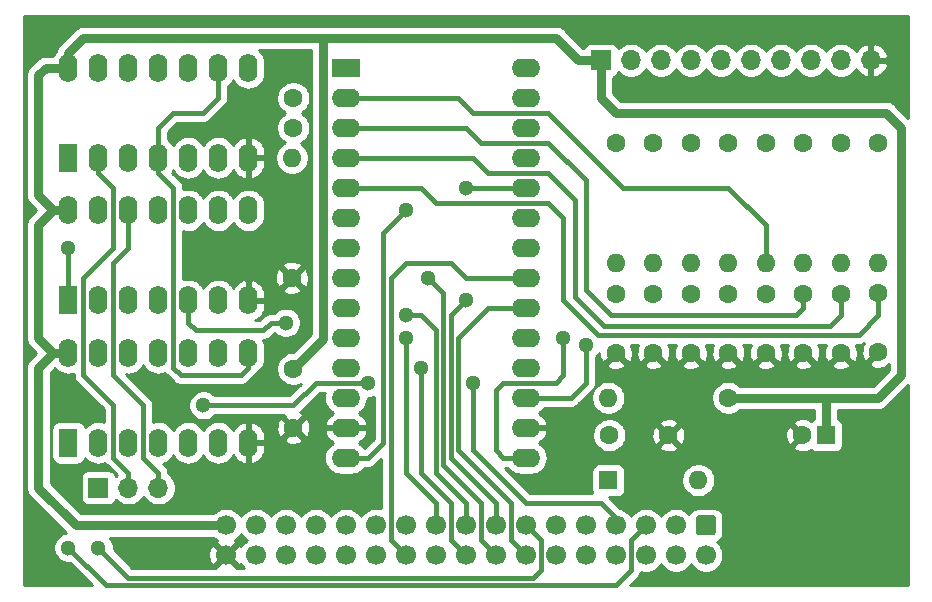
<source format=gtl>
%TF.GenerationSoftware,KiCad,Pcbnew,(5.1.12)-1*%
%TF.CreationDate,2022-03-19T11:08:17+01:00*%
%TF.ProjectId,8EA,3845412e-6b69-4636-9164-5f7063625858,1.0*%
%TF.SameCoordinates,PX6d01460PY60e4b00*%
%TF.FileFunction,Copper,L1,Top*%
%TF.FilePolarity,Positive*%
%FSLAX46Y46*%
G04 Gerber Fmt 4.6, Leading zero omitted, Abs format (unit mm)*
G04 Created by KiCad (PCBNEW (5.1.12)-1) date 2022-03-19 11:08:17*
%MOMM*%
%LPD*%
G01*
G04 APERTURE LIST*
%TA.AperFunction,ComponentPad*%
%ADD10O,1.700000X1.700000*%
%TD*%
%TA.AperFunction,ComponentPad*%
%ADD11R,1.700000X1.700000*%
%TD*%
%TA.AperFunction,ComponentPad*%
%ADD12C,1.600000*%
%TD*%
%TA.AperFunction,ComponentPad*%
%ADD13O,1.600000X1.600000*%
%TD*%
%TA.AperFunction,ComponentPad*%
%ADD14O,2.400000X1.600000*%
%TD*%
%TA.AperFunction,ComponentPad*%
%ADD15R,2.400000X1.600000*%
%TD*%
%TA.AperFunction,ComponentPad*%
%ADD16O,1.600000X2.400000*%
%TD*%
%TA.AperFunction,ComponentPad*%
%ADD17R,1.600000X2.400000*%
%TD*%
%TA.AperFunction,ComponentPad*%
%ADD18C,1.700000*%
%TD*%
%TA.AperFunction,ComponentPad*%
%ADD19R,1.600000X1.600000*%
%TD*%
%TA.AperFunction,ViaPad*%
%ADD20C,1.300000*%
%TD*%
%TA.AperFunction,Conductor*%
%ADD21C,0.800000*%
%TD*%
%TA.AperFunction,Conductor*%
%ADD22C,0.400000*%
%TD*%
%TA.AperFunction,Conductor*%
%ADD23C,0.254000*%
%TD*%
%TA.AperFunction,Conductor*%
%ADD24C,0.100000*%
%TD*%
G04 APERTURE END LIST*
D10*
%TO.P,J2,10*%
%TO.N,GND*%
X72390000Y45085000D03*
%TO.P,J2,9*%
%TO.N,/IN7*%
X69850000Y45085000D03*
%TO.P,J2,8*%
%TO.N,/IN6*%
X67310000Y45085000D03*
%TO.P,J2,7*%
%TO.N,/IN5*%
X64770000Y45085000D03*
%TO.P,J2,6*%
%TO.N,/IN4*%
X62230000Y45085000D03*
%TO.P,J2,5*%
%TO.N,/IN3*%
X59690000Y45085000D03*
%TO.P,J2,4*%
%TO.N,/IN2*%
X57150000Y45085000D03*
%TO.P,J2,3*%
%TO.N,/IN1*%
X54610000Y45085000D03*
%TO.P,J2,2*%
%TO.N,/IN0*%
X52070000Y45085000D03*
D11*
%TO.P,J2,1*%
%TO.N,VCC*%
X49530000Y45085000D03*
%TD*%
D10*
%TO.P,JP1,3*%
%TO.N,Net-(JP1-Pad3)*%
X12065000Y8890000D03*
%TO.P,JP1,2*%
%TO.N,Net-(JP1-Pad2)*%
X9525000Y8890000D03*
D11*
%TO.P,JP1,1*%
%TO.N,/A0*%
X6985000Y8890000D03*
%TD*%
D12*
%TO.P,C13,2*%
%TO.N,Net-(C13-Pad2)*%
X23495000Y39370000D03*
%TO.P,C13,1*%
%TO.N,Net-(C13-Pad1)*%
X23495000Y41870000D03*
%TD*%
D13*
%TO.P,R10,2*%
%TO.N,Net-(C13-Pad2)*%
X23368000Y36830000D03*
D12*
%TO.P,R10,1*%
%TO.N,GND*%
X23368000Y26670000D03*
%TD*%
D14*
%TO.P,U4,28*%
%TO.N,Net-(C7-Pad2)*%
X43180000Y44450000D03*
%TO.P,U4,14*%
%TO.N,/D1*%
X27940000Y11430000D03*
%TO.P,U4,27*%
%TO.N,Net-(C6-Pad2)*%
X43180000Y41910000D03*
%TO.P,U4,13*%
%TO.N,GND*%
X27940000Y13970000D03*
%TO.P,U4,26*%
%TO.N,Net-(C5-Pad2)*%
X43180000Y39370000D03*
%TO.P,U4,12*%
%TO.N,Net-(C4-Pad2)*%
X27940000Y16510000D03*
%TO.P,U4,25*%
%TO.N,/D0*%
X43180000Y36830000D03*
%TO.P,U4,11*%
%TO.N,VCC*%
X27940000Y19050000D03*
%TO.P,U4,24*%
%TO.N,/D1*%
X43180000Y34290000D03*
%TO.P,U4,10*%
%TO.N,/PHI2*%
X27940000Y21590000D03*
%TO.P,U4,23*%
%TO.N,/D2*%
X43180000Y31750000D03*
%TO.P,U4,9*%
%TO.N,Net-(U2-Pad10)*%
X27940000Y24130000D03*
%TO.P,U4,22*%
%TO.N,Net-(C13-Pad2)*%
X43180000Y29210000D03*
%TO.P,U4,8*%
%TO.N,/D3*%
X27940000Y26670000D03*
%TO.P,U4,21*%
%TO.N,/D7*%
X43180000Y26670000D03*
%TO.P,U4,7*%
%TO.N,Net-(U4-Pad7)*%
X27940000Y29210000D03*
%TO.P,U4,20*%
%TO.N,/D6*%
X43180000Y24130000D03*
%TO.P,U4,6*%
%TO.N,Net-(C13-Pad2)*%
X27940000Y31750000D03*
%TO.P,U4,19*%
%TO.N,/D5*%
X43180000Y21590000D03*
%TO.P,U4,5*%
%TO.N,Net-(C12-Pad2)*%
X27940000Y34290000D03*
%TO.P,U4,18*%
%TO.N,/D4*%
X43180000Y19050000D03*
%TO.P,U4,4*%
%TO.N,Net-(C11-Pad2)*%
X27940000Y36830000D03*
%TO.P,U4,17*%
%TO.N,/D0*%
X43180000Y16510000D03*
%TO.P,U4,3*%
%TO.N,Net-(C10-Pad2)*%
X27940000Y39370000D03*
%TO.P,U4,16*%
%TO.N,GND*%
X43180000Y13970000D03*
%TO.P,U4,2*%
%TO.N,Net-(C9-Pad2)*%
X27940000Y41910000D03*
%TO.P,U4,15*%
%TO.N,/D2*%
X43180000Y11430000D03*
D15*
%TO.P,U4,1*%
%TO.N,Net-(C8-Pad2)*%
X27940000Y44450000D03*
%TD*%
D16*
%TO.P,U1,14*%
%TO.N,VCC*%
X4445000Y44450000D03*
%TO.P,U1,7*%
%TO.N,GND*%
X19685000Y36830000D03*
%TO.P,U1,13*%
%TO.N,N/C*%
X6985000Y44450000D03*
%TO.P,U1,6*%
%TO.N,Net-(U1-Pad6)*%
X17145000Y36830000D03*
%TO.P,U1,12*%
%TO.N,N/C*%
X9525000Y44450000D03*
%TO.P,U1,5*%
%TO.N,Net-(U1-Pad5)*%
X14605000Y36830000D03*
%TO.P,U1,11*%
%TO.N,N/C*%
X12065000Y44450000D03*
%TO.P,U1,4*%
%TO.N,Net-(D1-Pad1)*%
X12065000Y36830000D03*
%TO.P,U1,10*%
%TO.N,/R_~W*%
X14605000Y44450000D03*
%TO.P,U1,3*%
%TO.N,Net-(U1-Pad3)*%
X9525000Y36830000D03*
%TO.P,U1,9*%
%TO.N,Net-(D1-Pad1)*%
X17145000Y44450000D03*
%TO.P,U1,2*%
%TO.N,Net-(JP1-Pad2)*%
X6985000Y36830000D03*
%TO.P,U1,8*%
%TO.N,Net-(C13-Pad1)*%
X19685000Y44450000D03*
D17*
%TO.P,U1,1*%
%TO.N,/A1*%
X4445000Y36830000D03*
%TD*%
D13*
%TO.P,R9,2*%
%TO.N,Net-(C12-Pad2)*%
X73025000Y27940000D03*
D12*
%TO.P,R9,1*%
%TO.N,/IN7*%
X73025000Y38100000D03*
%TD*%
D13*
%TO.P,R8,2*%
%TO.N,Net-(C11-Pad2)*%
X69850000Y27940000D03*
D12*
%TO.P,R8,1*%
%TO.N,/IN6*%
X69850000Y38100000D03*
%TD*%
D13*
%TO.P,R7,2*%
%TO.N,Net-(C10-Pad2)*%
X66675000Y27940000D03*
D12*
%TO.P,R7,1*%
%TO.N,/IN5*%
X66675000Y38100000D03*
%TD*%
D13*
%TO.P,R6,2*%
%TO.N,Net-(C9-Pad2)*%
X63500000Y27940000D03*
D12*
%TO.P,R6,1*%
%TO.N,/IN4*%
X63500000Y38100000D03*
%TD*%
D13*
%TO.P,R5,2*%
%TO.N,Net-(C8-Pad2)*%
X60325000Y27940000D03*
D12*
%TO.P,R5,1*%
%TO.N,/IN3*%
X60325000Y38100000D03*
%TD*%
D13*
%TO.P,R4,2*%
%TO.N,Net-(C7-Pad2)*%
X57150000Y27940000D03*
D12*
%TO.P,R4,1*%
%TO.N,/IN2*%
X57150000Y38100000D03*
%TD*%
D13*
%TO.P,R3,2*%
%TO.N,Net-(C6-Pad2)*%
X53975000Y27940000D03*
D12*
%TO.P,R3,1*%
%TO.N,/IN1*%
X53975000Y38100000D03*
%TD*%
D13*
%TO.P,R2,2*%
%TO.N,Net-(C5-Pad2)*%
X50800000Y27940000D03*
D12*
%TO.P,R2,1*%
%TO.N,/IN0*%
X50800000Y38100000D03*
%TD*%
%TO.P,C12,2*%
%TO.N,Net-(C12-Pad2)*%
X73025000Y25400000D03*
%TO.P,C12,1*%
%TO.N,GND*%
X73025000Y20400000D03*
%TD*%
%TO.P,C11,2*%
%TO.N,Net-(C11-Pad2)*%
X69850000Y25320000D03*
%TO.P,C11,1*%
%TO.N,GND*%
X69850000Y20320000D03*
%TD*%
%TO.P,C10,2*%
%TO.N,Net-(C10-Pad2)*%
X66675000Y25320000D03*
%TO.P,C10,1*%
%TO.N,GND*%
X66675000Y20320000D03*
%TD*%
%TO.P,C9,2*%
%TO.N,Net-(C9-Pad2)*%
X63500000Y25320000D03*
%TO.P,C9,1*%
%TO.N,GND*%
X63500000Y20320000D03*
%TD*%
%TO.P,C8,2*%
%TO.N,Net-(C8-Pad2)*%
X60325000Y25320000D03*
%TO.P,C8,1*%
%TO.N,GND*%
X60325000Y20320000D03*
%TD*%
%TO.P,C7,2*%
%TO.N,Net-(C7-Pad2)*%
X57150000Y25320000D03*
%TO.P,C7,1*%
%TO.N,GND*%
X57150000Y20320000D03*
%TD*%
%TO.P,C6,2*%
%TO.N,Net-(C6-Pad2)*%
X53975000Y25320000D03*
%TO.P,C6,1*%
%TO.N,GND*%
X53975000Y20320000D03*
%TD*%
%TO.P,C5,2*%
%TO.N,Net-(C5-Pad2)*%
X50800000Y25320000D03*
%TO.P,C5,1*%
%TO.N,GND*%
X50800000Y20320000D03*
%TD*%
D16*
%TO.P,U2,14*%
%TO.N,VCC*%
X4445000Y32385000D03*
%TO.P,U2,7*%
%TO.N,GND*%
X19685000Y24765000D03*
%TO.P,U2,13*%
%TO.N,/A0*%
X6985000Y32385000D03*
%TO.P,U2,6*%
%TO.N,Net-(U2-Pad6)*%
X17145000Y24765000D03*
%TO.P,U2,12*%
%TO.N,Net-(JP1-Pad3)*%
X9525000Y32385000D03*
%TO.P,U2,5*%
%TO.N,/A2*%
X14605000Y24765000D03*
%TO.P,U2,11*%
%TO.N,Net-(U1-Pad6)*%
X12065000Y32385000D03*
%TO.P,U2,4*%
%TO.N,Net-(U1-Pad5)*%
X12065000Y24765000D03*
%TO.P,U2,10*%
%TO.N,Net-(U2-Pad10)*%
X14605000Y32385000D03*
%TO.P,U2,3*%
%TO.N,/R_~W*%
X9525000Y24765000D03*
%TO.P,U2,9*%
%TO.N,Net-(U1-Pad3)*%
X17145000Y32385000D03*
%TO.P,U2,2*%
%TO.N,Net-(U2-Pad2)*%
X6985000Y24765000D03*
%TO.P,U2,8*%
%TO.N,Net-(U2-Pad8)*%
X19685000Y32385000D03*
D17*
%TO.P,U2,1*%
%TO.N,/~IO*%
X4445000Y24765000D03*
%TD*%
D18*
%TO.P,J1,34*%
%TO.N,GND*%
X17780000Y3175000D03*
%TO.P,J1,32*%
%TO.N,/A11*%
X20320000Y3175000D03*
%TO.P,J1,30*%
%TO.N,/A12*%
X22860000Y3175000D03*
%TO.P,J1,28*%
%TO.N,/A13*%
X25400000Y3175000D03*
%TO.P,J1,26*%
%TO.N,/A14*%
X27940000Y3175000D03*
%TO.P,J1,24*%
%TO.N,/A15*%
X30480000Y3175000D03*
%TO.P,J1,22*%
%TO.N,/D7*%
X33020000Y3175000D03*
%TO.P,J1,20*%
%TO.N,/A4*%
X35560000Y3175000D03*
%TO.P,J1,18*%
%TO.N,/D4*%
X38100000Y3175000D03*
%TO.P,J1,16*%
%TO.N,/D3*%
X40640000Y3175000D03*
%TO.P,J1,14*%
%TO.N,/D6*%
X43180000Y3175000D03*
%TO.P,J1,12*%
%TO.N,/D1*%
X45720000Y3175000D03*
%TO.P,J1,10*%
%TO.N,/D0*%
X48260000Y3175000D03*
%TO.P,J1,8*%
%TO.N,/~IRQ*%
X50800000Y3175000D03*
%TO.P,J1,6*%
%TO.N,/~IOCTRL*%
X53340000Y3175000D03*
%TO.P,J1,4*%
%TO.N,/~RESET*%
X55880000Y3175000D03*
%TO.P,J1,2*%
%TO.N,/~ROMDIS*%
X58420000Y3175000D03*
%TO.P,J1,33*%
%TO.N,VCC*%
X17780000Y5715000D03*
%TO.P,J1,31*%
%TO.N,/A10*%
X20320000Y5715000D03*
%TO.P,J1,29*%
%TO.N,/A9*%
X22860000Y5715000D03*
%TO.P,J1,27*%
%TO.N,/A8*%
X25400000Y5715000D03*
%TO.P,J1,25*%
%TO.N,/A7*%
X27940000Y5715000D03*
%TO.P,J1,23*%
%TO.N,/A6*%
X30480000Y5715000D03*
%TO.P,J1,21*%
%TO.N,/A5*%
X33020000Y5715000D03*
%TO.P,J1,19*%
%TO.N,/D5*%
X35560000Y5715000D03*
%TO.P,J1,17*%
%TO.N,/A2*%
X38100000Y5715000D03*
%TO.P,J1,15*%
%TO.N,/A1*%
X40640000Y5715000D03*
%TO.P,J1,13*%
%TO.N,/A0*%
X43180000Y5715000D03*
%TO.P,J1,11*%
%TO.N,/A3*%
X45720000Y5715000D03*
%TO.P,J1,9*%
%TO.N,/D2*%
X48260000Y5715000D03*
%TO.P,J1,7*%
%TO.N,/R_~W*%
X50800000Y5715000D03*
%TO.P,J1,5*%
%TO.N,/~IO*%
X53340000Y5715000D03*
%TO.P,J1,3*%
%TO.N,/PHI2*%
X55880000Y5715000D03*
%TO.P,J1,1*%
%TO.N,/~MAP*%
%TA.AperFunction,ComponentPad*%
G36*
G01*
X57820000Y6565000D02*
X59020000Y6565000D01*
G75*
G02*
X59270000Y6315000I0J-250000D01*
G01*
X59270000Y5115000D01*
G75*
G02*
X59020000Y4865000I-250000J0D01*
G01*
X57820000Y4865000D01*
G75*
G02*
X57570000Y5115000I0J250000D01*
G01*
X57570000Y6315000D01*
G75*
G02*
X57820000Y6565000I250000J0D01*
G01*
G37*
%TD.AperFunction*%
%TD*%
D13*
%TO.P,D1,2*%
%TO.N,/~IOCTRL*%
X57785000Y9525000D03*
D19*
%TO.P,D1,1*%
%TO.N,Net-(D1-Pad1)*%
X50165000Y9525000D03*
%TD*%
D12*
%TO.P,C2,2*%
%TO.N,VCC*%
X23495000Y18970000D03*
%TO.P,C2,1*%
%TO.N,GND*%
X23495000Y13970000D03*
%TD*%
D16*
%TO.P,U3,14*%
%TO.N,VCC*%
X4445000Y20320000D03*
%TO.P,U3,7*%
%TO.N,GND*%
X19685000Y12700000D03*
%TO.P,U3,13*%
%TO.N,N/C*%
X6985000Y20320000D03*
%TO.P,U3,6*%
%TO.N,Net-(U2-Pad8)*%
X17145000Y12700000D03*
%TO.P,U3,12*%
%TO.N,Net-(U2-Pad2)*%
X9525000Y20320000D03*
%TO.P,U3,5*%
%TO.N,/A3*%
X14605000Y12700000D03*
%TO.P,U3,11*%
%TO.N,Net-(U2-Pad6)*%
X12065000Y20320000D03*
%TO.P,U3,4*%
%TO.N,/A4*%
X12065000Y12700000D03*
%TO.P,U3,10*%
%TO.N,N/C*%
X14605000Y20320000D03*
%TO.P,U3,3*%
%TO.N,/A5*%
X9525000Y12700000D03*
%TO.P,U3,9*%
%TO.N,N/C*%
X17145000Y20320000D03*
%TO.P,U3,2*%
%TO.N,/A6*%
X6985000Y12700000D03*
%TO.P,U3,8*%
%TO.N,Net-(D1-Pad1)*%
X19685000Y20320000D03*
D17*
%TO.P,U3,1*%
%TO.N,/A7*%
X4445000Y12700000D03*
%TD*%
D13*
%TO.P,R1,2*%
%TO.N,Net-(C4-Pad2)*%
X50165000Y16510000D03*
D12*
%TO.P,R1,1*%
%TO.N,VCC*%
X60325000Y16510000D03*
%TD*%
%TO.P,C4,2*%
%TO.N,Net-(C4-Pad2)*%
X50245000Y13335000D03*
%TO.P,C4,1*%
%TO.N,GND*%
X55245000Y13335000D03*
%TD*%
%TO.P,C1,2*%
%TO.N,GND*%
X66580000Y13335000D03*
D19*
%TO.P,C1,1*%
%TO.N,VCC*%
X68580000Y13335000D03*
%TD*%
D20*
%TO.N,/D0*%
X48260000Y20955000D03*
%TO.N,/D1*%
X38100000Y34290000D03*
X33020000Y32385000D03*
%TO.N,/D2*%
X46355000Y21590000D03*
%TO.N,/D3*%
X34925000Y26670000D03*
%TO.N,/D4*%
X34290000Y19050000D03*
%TO.N,/D5*%
X33020000Y21590000D03*
%TO.N,/A0*%
X6985000Y3810000D03*
%TO.N,/A1*%
X38100000Y24765000D03*
%TO.N,/A2*%
X33020000Y23495000D03*
X22860000Y22860000D03*
%TO.N,/R_~W*%
X29845000Y17780000D03*
X38735000Y17780000D03*
X15875000Y15875000D03*
%TO.N,/~IO*%
X4445000Y29210000D03*
X4445000Y3810000D03*
%TD*%
D21*
%TO.N,VCC*%
X4445000Y44450000D02*
X4445000Y45720000D01*
X4445000Y45720000D02*
X5715000Y46990000D01*
X4445000Y32385000D02*
X3175000Y32385000D01*
X3175000Y32385000D02*
X1905000Y33655000D01*
X1905000Y33655000D02*
X1905000Y43815000D01*
X2540000Y44450000D02*
X4445000Y44450000D01*
X1905000Y43815000D02*
X2540000Y44450000D01*
X3175000Y32385000D02*
X1905000Y31115000D01*
X1905000Y21590000D02*
X3175000Y20320000D01*
X1905000Y31115000D02*
X1905000Y21590000D01*
X3175000Y20320000D02*
X4445000Y20320000D01*
X3175000Y20320000D02*
X1905000Y19050000D01*
X1905000Y19050000D02*
X1905000Y8890000D01*
X5080000Y5715000D02*
X17780000Y5715000D01*
X1905000Y8890000D02*
X5080000Y5715000D01*
X26035000Y21510000D02*
X23495000Y18970000D01*
X26035000Y46990000D02*
X26035000Y21510000D01*
X68580000Y15240000D02*
X68580000Y13335000D01*
X68580000Y16510000D02*
X68580000Y15240000D01*
X68580000Y15240000D02*
X68580000Y14605000D01*
X49530000Y45085000D02*
X47625000Y45085000D01*
X45720000Y46990000D02*
X25400000Y46990000D01*
X47625000Y45085000D02*
X45720000Y46990000D01*
X25400000Y46990000D02*
X26035000Y46990000D01*
X5715000Y46990000D02*
X25400000Y46990000D01*
X49530000Y45085000D02*
X49530000Y41910000D01*
X49530000Y41910000D02*
X50800000Y40640000D01*
X50800000Y40640000D02*
X73660000Y40640000D01*
X73660000Y40640000D02*
X74930000Y39370000D01*
X74930000Y39370000D02*
X74930000Y18415000D01*
X73025000Y16510000D02*
X67945000Y16510000D01*
X74930000Y18415000D02*
X73025000Y16510000D01*
X67945000Y16510000D02*
X68580000Y16510000D01*
X60325000Y16510000D02*
X67945000Y16510000D01*
D22*
%TO.N,/D0*%
X46990000Y16510000D02*
X43180000Y16510000D01*
X48260000Y17780000D02*
X46990000Y16510000D01*
X48260000Y20955000D02*
X48260000Y17780000D01*
%TO.N,/D1*%
X43180000Y34290000D02*
X38100000Y34290000D01*
X29845000Y11430000D02*
X27940000Y11430000D01*
X31115000Y12700000D02*
X29845000Y11430000D01*
X31115000Y30480000D02*
X31115000Y12700000D01*
X33020000Y32385000D02*
X31115000Y30480000D01*
%TO.N,/D2*%
X41275000Y11430000D02*
X43180000Y11430000D01*
X40640000Y12065000D02*
X41275000Y11430000D01*
X40640000Y17145000D02*
X40640000Y12065000D01*
X41275000Y17780000D02*
X40640000Y17145000D01*
X45720000Y17780000D02*
X41275000Y17780000D01*
X46355000Y18415000D02*
X45720000Y17780000D01*
X46355000Y21590000D02*
X46355000Y18415000D01*
%TO.N,/D3*%
X40640000Y3175000D02*
X39370000Y4445000D01*
X39370000Y7620000D02*
X36195000Y10795000D01*
X39370000Y4445000D02*
X39370000Y7620000D01*
X36195000Y10795000D02*
X36195000Y25400000D01*
X36195000Y25400000D02*
X34925000Y26670000D01*
%TO.N,/D4*%
X36830000Y4445000D02*
X38100000Y3175000D01*
X36830000Y7620000D02*
X36830000Y4445000D01*
X34290000Y10160000D02*
X36830000Y7620000D01*
X34290000Y19050000D02*
X34290000Y10160000D01*
%TO.N,/D5*%
X33020000Y10160000D02*
X35560000Y7620000D01*
X33020000Y21590000D02*
X33020000Y10160000D01*
X35560000Y7620000D02*
X35560000Y5715000D01*
%TO.N,/D6*%
X43180000Y3175000D02*
X41910000Y4445000D01*
X41910000Y4445000D02*
X41910000Y7620000D01*
X40005000Y24130000D02*
X43180000Y24130000D01*
X37465000Y21590000D02*
X40005000Y24130000D01*
X41910000Y7620000D02*
X37465000Y12065000D01*
X37465000Y12065000D02*
X37465000Y21590000D01*
%TO.N,/D7*%
X38100000Y26670000D02*
X43180000Y26670000D01*
X36830000Y27940000D02*
X38100000Y26670000D01*
X33020000Y27940000D02*
X36830000Y27940000D01*
X31750000Y26670000D02*
X33020000Y27940000D01*
X31750000Y4445000D02*
X31750000Y26670000D01*
X33020000Y3175000D02*
X31750000Y4445000D01*
%TO.N,/A0*%
X43180000Y5715000D02*
X44450000Y4445000D01*
X44450000Y4445000D02*
X44450000Y1905000D01*
X44450000Y1905000D02*
X43815000Y1270000D01*
X43815000Y1270000D02*
X9525000Y1270000D01*
X9525000Y1270000D02*
X6985000Y3810000D01*
%TO.N,/A1*%
X36830000Y11430000D02*
X36830000Y23495000D01*
X36830000Y23495000D02*
X38100000Y24765000D01*
X40640000Y7620000D02*
X36830000Y11430000D01*
X40640000Y5715000D02*
X40640000Y7620000D01*
%TO.N,/A2*%
X38100000Y5715000D02*
X38100000Y7620000D01*
X38100000Y7620000D02*
X35560000Y10160000D01*
X35560000Y22225000D02*
X34290000Y23495000D01*
X35560000Y10160000D02*
X35560000Y22225000D01*
X33020000Y23495000D02*
X34290000Y23495000D01*
X14605000Y22860000D02*
X14605000Y24765000D01*
X15240000Y22225000D02*
X14605000Y22860000D01*
X20955000Y22225000D02*
X15240000Y22225000D01*
X21590000Y22860000D02*
X20955000Y22225000D01*
X22860000Y22860000D02*
X21590000Y22860000D01*
%TO.N,Net-(D1-Pad1)*%
X17145000Y44450000D02*
X17145000Y41910000D01*
X17145000Y41910000D02*
X15875000Y40640000D01*
X15875000Y40640000D02*
X13335000Y40640000D01*
X12065000Y39370000D02*
X12065000Y36830000D01*
X13335000Y40640000D02*
X12065000Y39370000D01*
X12065000Y36830000D02*
X12065000Y35560000D01*
X12065000Y35560000D02*
X13335000Y34290000D01*
X13335000Y19050000D02*
X13970000Y18415000D01*
X13335000Y34290000D02*
X13335000Y19050000D01*
X13970000Y18415000D02*
X19050000Y18415000D01*
X19050000Y18415000D02*
X19685000Y19050000D01*
X19685000Y19050000D02*
X19685000Y20320000D01*
%TO.N,/R_~W*%
X25400000Y17780000D02*
X29845000Y17780000D01*
X23495000Y15875000D02*
X25400000Y17780000D01*
X38735000Y17780000D02*
X38735000Y12065000D01*
X38735000Y12065000D02*
X43180000Y7620000D01*
X43180000Y7620000D02*
X49530000Y7620000D01*
X50800000Y6350000D02*
X50800000Y5715000D01*
X49530000Y7620000D02*
X50800000Y6350000D01*
X15875000Y15875000D02*
X23495000Y15875000D01*
%TO.N,/~IO*%
X4445000Y29210000D02*
X4445000Y24765000D01*
X4445000Y3810000D02*
X7620000Y635000D01*
X7620000Y635000D02*
X50800000Y635000D01*
X50800000Y635000D02*
X52070000Y1905000D01*
X52070000Y1905000D02*
X52070000Y4445000D01*
X52070000Y4445000D02*
X53340000Y5715000D01*
%TO.N,Net-(C9-Pad2)*%
X27940000Y41910000D02*
X37465000Y41910000D01*
X37465000Y41910000D02*
X38735000Y40640000D01*
X38735000Y40640000D02*
X45085000Y40640000D01*
X45085000Y40640000D02*
X51435000Y34290000D01*
X51435000Y34290000D02*
X60325000Y34290000D01*
X63500000Y31115000D02*
X63500000Y27940000D01*
X60325000Y34290000D02*
X63500000Y31115000D01*
%TO.N,Net-(C10-Pad2)*%
X27940000Y39370000D02*
X38100000Y39370000D01*
X38100000Y39370000D02*
X39370000Y38100000D01*
X39370000Y38100000D02*
X45085000Y38100000D01*
X45085000Y38100000D02*
X48260000Y34925000D01*
X48260000Y34925000D02*
X48260000Y25613542D01*
X48260000Y25613542D02*
X50378542Y23495000D01*
X50378542Y23495000D02*
X66040000Y23495000D01*
X66675000Y24130000D02*
X66675000Y25320000D01*
X66040000Y23495000D02*
X66675000Y24130000D01*
%TO.N,Net-(C11-Pad2)*%
X38735000Y36830000D02*
X27940000Y36830000D01*
X40005000Y35560000D02*
X38735000Y36830000D01*
X45085000Y35560000D02*
X40005000Y35560000D01*
X47371000Y33274000D02*
X45085000Y35560000D01*
X47371000Y25019000D02*
X47371000Y33274000D01*
X49784000Y22606000D02*
X47371000Y25019000D01*
X68961000Y22606000D02*
X49784000Y22606000D01*
X69850000Y23495000D02*
X68961000Y22606000D01*
X69850000Y25320000D02*
X69850000Y23495000D01*
%TO.N,Net-(C12-Pad2)*%
X34290000Y34290000D02*
X27940000Y34290000D01*
X35560000Y33020000D02*
X34290000Y34290000D01*
X45085000Y33020000D02*
X35560000Y33020000D01*
X46355000Y31750000D02*
X45085000Y33020000D01*
X46355000Y24765000D02*
X46355000Y31750000D01*
X49276000Y21844000D02*
X46355000Y24765000D01*
X71374000Y21844000D02*
X49276000Y21844000D01*
X73025000Y23495000D02*
X71374000Y21844000D01*
X73025000Y25400000D02*
X73025000Y23495000D01*
%TO.N,Net-(JP1-Pad3)*%
X9525000Y32385000D02*
X9525000Y29210000D01*
X9525000Y29210000D02*
X8255000Y27940000D01*
X8255000Y27940000D02*
X8255000Y18415000D01*
X8255000Y18415000D02*
X10795000Y15875000D01*
X10795000Y15875000D02*
X10795000Y11430000D01*
X12065000Y10160000D02*
X12065000Y8890000D01*
X10795000Y11430000D02*
X12065000Y10160000D01*
%TO.N,Net-(JP1-Pad2)*%
X6985000Y36830000D02*
X6985000Y35560000D01*
X6985000Y35560000D02*
X8255000Y34290000D01*
X8255000Y34290000D02*
X8255000Y29210000D01*
X8255000Y29210000D02*
X5715000Y26670000D01*
X5715000Y26670000D02*
X5715000Y18415000D01*
X5715000Y18415000D02*
X8255000Y15875000D01*
X8255000Y15875000D02*
X8255000Y11430000D01*
X9525000Y10160000D02*
X9525000Y8890000D01*
X8255000Y11430000D02*
X9525000Y10160000D01*
%TD*%
D23*
%TO.N,GND*%
X75540001Y40223710D02*
X74427807Y41335903D01*
X74395396Y41375396D01*
X74237797Y41504734D01*
X74057993Y41600841D01*
X73862895Y41660024D01*
X73710838Y41675000D01*
X73710828Y41675000D01*
X73660000Y41680006D01*
X73609172Y41675000D01*
X51228711Y41675000D01*
X50565000Y42338710D01*
X50565000Y43627546D01*
X50624180Y43645498D01*
X50734494Y43704463D01*
X50831185Y43783815D01*
X50910537Y43880506D01*
X50969502Y43990820D01*
X50991513Y44063380D01*
X51123368Y43931525D01*
X51366589Y43769010D01*
X51636842Y43657068D01*
X51923740Y43600000D01*
X52216260Y43600000D01*
X52503158Y43657068D01*
X52773411Y43769010D01*
X53016632Y43931525D01*
X53223475Y44138368D01*
X53340000Y44312760D01*
X53456525Y44138368D01*
X53663368Y43931525D01*
X53906589Y43769010D01*
X54176842Y43657068D01*
X54463740Y43600000D01*
X54756260Y43600000D01*
X55043158Y43657068D01*
X55313411Y43769010D01*
X55556632Y43931525D01*
X55763475Y44138368D01*
X55880000Y44312760D01*
X55996525Y44138368D01*
X56203368Y43931525D01*
X56446589Y43769010D01*
X56716842Y43657068D01*
X57003740Y43600000D01*
X57296260Y43600000D01*
X57583158Y43657068D01*
X57853411Y43769010D01*
X58096632Y43931525D01*
X58303475Y44138368D01*
X58420000Y44312760D01*
X58536525Y44138368D01*
X58743368Y43931525D01*
X58986589Y43769010D01*
X59256842Y43657068D01*
X59543740Y43600000D01*
X59836260Y43600000D01*
X60123158Y43657068D01*
X60393411Y43769010D01*
X60636632Y43931525D01*
X60843475Y44138368D01*
X60960000Y44312760D01*
X61076525Y44138368D01*
X61283368Y43931525D01*
X61526589Y43769010D01*
X61796842Y43657068D01*
X62083740Y43600000D01*
X62376260Y43600000D01*
X62663158Y43657068D01*
X62933411Y43769010D01*
X63176632Y43931525D01*
X63383475Y44138368D01*
X63500000Y44312760D01*
X63616525Y44138368D01*
X63823368Y43931525D01*
X64066589Y43769010D01*
X64336842Y43657068D01*
X64623740Y43600000D01*
X64916260Y43600000D01*
X65203158Y43657068D01*
X65473411Y43769010D01*
X65716632Y43931525D01*
X65923475Y44138368D01*
X66040000Y44312760D01*
X66156525Y44138368D01*
X66363368Y43931525D01*
X66606589Y43769010D01*
X66876842Y43657068D01*
X67163740Y43600000D01*
X67456260Y43600000D01*
X67743158Y43657068D01*
X68013411Y43769010D01*
X68256632Y43931525D01*
X68463475Y44138368D01*
X68580000Y44312760D01*
X68696525Y44138368D01*
X68903368Y43931525D01*
X69146589Y43769010D01*
X69416842Y43657068D01*
X69703740Y43600000D01*
X69996260Y43600000D01*
X70283158Y43657068D01*
X70553411Y43769010D01*
X70796632Y43931525D01*
X71003475Y44138368D01*
X71125195Y44320534D01*
X71194822Y44203645D01*
X71389731Y43987412D01*
X71623080Y43813359D01*
X71885901Y43688175D01*
X72033110Y43643524D01*
X72263000Y43764845D01*
X72263000Y44958000D01*
X72517000Y44958000D01*
X72517000Y43764845D01*
X72746890Y43643524D01*
X72894099Y43688175D01*
X73156920Y43813359D01*
X73390269Y43987412D01*
X73585178Y44203645D01*
X73734157Y44453748D01*
X73831481Y44728109D01*
X73710814Y44958000D01*
X72517000Y44958000D01*
X72263000Y44958000D01*
X72243000Y44958000D01*
X72243000Y45212000D01*
X72263000Y45212000D01*
X72263000Y46405155D01*
X72517000Y46405155D01*
X72517000Y45212000D01*
X73710814Y45212000D01*
X73831481Y45441891D01*
X73734157Y45716252D01*
X73585178Y45966355D01*
X73390269Y46182588D01*
X73156920Y46356641D01*
X72894099Y46481825D01*
X72746890Y46526476D01*
X72517000Y46405155D01*
X72263000Y46405155D01*
X72033110Y46526476D01*
X71885901Y46481825D01*
X71623080Y46356641D01*
X71389731Y46182588D01*
X71194822Y45966355D01*
X71125195Y45849466D01*
X71003475Y46031632D01*
X70796632Y46238475D01*
X70553411Y46400990D01*
X70283158Y46512932D01*
X69996260Y46570000D01*
X69703740Y46570000D01*
X69416842Y46512932D01*
X69146589Y46400990D01*
X68903368Y46238475D01*
X68696525Y46031632D01*
X68580000Y45857240D01*
X68463475Y46031632D01*
X68256632Y46238475D01*
X68013411Y46400990D01*
X67743158Y46512932D01*
X67456260Y46570000D01*
X67163740Y46570000D01*
X66876842Y46512932D01*
X66606589Y46400990D01*
X66363368Y46238475D01*
X66156525Y46031632D01*
X66040000Y45857240D01*
X65923475Y46031632D01*
X65716632Y46238475D01*
X65473411Y46400990D01*
X65203158Y46512932D01*
X64916260Y46570000D01*
X64623740Y46570000D01*
X64336842Y46512932D01*
X64066589Y46400990D01*
X63823368Y46238475D01*
X63616525Y46031632D01*
X63500000Y45857240D01*
X63383475Y46031632D01*
X63176632Y46238475D01*
X62933411Y46400990D01*
X62663158Y46512932D01*
X62376260Y46570000D01*
X62083740Y46570000D01*
X61796842Y46512932D01*
X61526589Y46400990D01*
X61283368Y46238475D01*
X61076525Y46031632D01*
X60960000Y45857240D01*
X60843475Y46031632D01*
X60636632Y46238475D01*
X60393411Y46400990D01*
X60123158Y46512932D01*
X59836260Y46570000D01*
X59543740Y46570000D01*
X59256842Y46512932D01*
X58986589Y46400990D01*
X58743368Y46238475D01*
X58536525Y46031632D01*
X58420000Y45857240D01*
X58303475Y46031632D01*
X58096632Y46238475D01*
X57853411Y46400990D01*
X57583158Y46512932D01*
X57296260Y46570000D01*
X57003740Y46570000D01*
X56716842Y46512932D01*
X56446589Y46400990D01*
X56203368Y46238475D01*
X55996525Y46031632D01*
X55880000Y45857240D01*
X55763475Y46031632D01*
X55556632Y46238475D01*
X55313411Y46400990D01*
X55043158Y46512932D01*
X54756260Y46570000D01*
X54463740Y46570000D01*
X54176842Y46512932D01*
X53906589Y46400990D01*
X53663368Y46238475D01*
X53456525Y46031632D01*
X53340000Y45857240D01*
X53223475Y46031632D01*
X53016632Y46238475D01*
X52773411Y46400990D01*
X52503158Y46512932D01*
X52216260Y46570000D01*
X51923740Y46570000D01*
X51636842Y46512932D01*
X51366589Y46400990D01*
X51123368Y46238475D01*
X50991513Y46106620D01*
X50969502Y46179180D01*
X50910537Y46289494D01*
X50831185Y46386185D01*
X50734494Y46465537D01*
X50624180Y46524502D01*
X50504482Y46560812D01*
X50380000Y46573072D01*
X48680000Y46573072D01*
X48555518Y46560812D01*
X48435820Y46524502D01*
X48325506Y46465537D01*
X48228815Y46386185D01*
X48149463Y46289494D01*
X48090498Y46179180D01*
X48072546Y46120000D01*
X48053711Y46120000D01*
X46487807Y47685903D01*
X46455396Y47725396D01*
X46297797Y47854734D01*
X46117993Y47950841D01*
X45922895Y48010024D01*
X45770838Y48025000D01*
X45770828Y48025000D01*
X45720000Y48030006D01*
X45669172Y48025000D01*
X26085838Y48025000D01*
X26035000Y48030007D01*
X25984162Y48025000D01*
X5765827Y48025000D01*
X5714999Y48030006D01*
X5664171Y48025000D01*
X5664162Y48025000D01*
X5512105Y48010024D01*
X5317007Y47950841D01*
X5233309Y47906104D01*
X5137202Y47854734D01*
X5019092Y47757803D01*
X4979604Y47725396D01*
X4947197Y47685908D01*
X3749092Y46487802D01*
X3709605Y46455396D01*
X3677198Y46415908D01*
X3677197Y46415907D01*
X3580266Y46297797D01*
X3484160Y46117993D01*
X3424977Y45922895D01*
X3418956Y45861765D01*
X3246068Y45651100D01*
X3157286Y45485000D01*
X2590835Y45485000D01*
X2540000Y45490007D01*
X2489165Y45485000D01*
X2489162Y45485000D01*
X2337105Y45470024D01*
X2187415Y45424615D01*
X2142006Y45410841D01*
X1962202Y45314734D01*
X1929498Y45287894D01*
X1804604Y45185396D01*
X1772193Y45145903D01*
X1209093Y44582803D01*
X1169605Y44550396D01*
X1137198Y44510908D01*
X1137197Y44510907D01*
X1040266Y44392797D01*
X944160Y44212993D01*
X884977Y44017895D01*
X864994Y43815000D01*
X870001Y43764162D01*
X870000Y33705828D01*
X864994Y33655000D01*
X870000Y33604172D01*
X870000Y33604163D01*
X884976Y33452106D01*
X944159Y33257008D01*
X1040266Y33077203D01*
X1169604Y32919604D01*
X1209097Y32887193D01*
X1711290Y32385000D01*
X1209097Y31882807D01*
X1169604Y31850396D01*
X1040266Y31692797D01*
X944159Y31512992D01*
X884976Y31317894D01*
X870000Y31165837D01*
X870000Y31165828D01*
X864994Y31115000D01*
X870000Y31064172D01*
X870001Y21640838D01*
X864994Y21590000D01*
X884977Y21387105D01*
X944160Y21192007D01*
X1040266Y21012203D01*
X1134157Y20897797D01*
X1169605Y20854604D01*
X1209092Y20822198D01*
X1711290Y20320000D01*
X1209097Y19817807D01*
X1169604Y19785396D01*
X1040266Y19627797D01*
X944159Y19447992D01*
X884976Y19252894D01*
X870000Y19100837D01*
X870000Y19100828D01*
X864994Y19050000D01*
X870000Y18999172D01*
X870001Y8940838D01*
X864994Y8890000D01*
X884977Y8687105D01*
X944160Y8492007D01*
X1040266Y8312203D01*
X1137197Y8194093D01*
X1169605Y8154604D01*
X1209092Y8122198D01*
X4249918Y5081371D01*
X4070179Y5045619D01*
X3836324Y4948753D01*
X3625860Y4808125D01*
X3446875Y4629140D01*
X3306247Y4418676D01*
X3209381Y4184821D01*
X3160000Y3936561D01*
X3160000Y3683439D01*
X3209381Y3435179D01*
X3306247Y3201324D01*
X3446875Y2990860D01*
X3625860Y2811875D01*
X3836324Y2671247D01*
X4070179Y2574381D01*
X4318439Y2525000D01*
X4549133Y2525000D01*
X6414132Y660000D01*
X660000Y660000D01*
X660000Y48870000D01*
X75540001Y48870000D01*
X75540001Y40223710D01*
%TA.AperFunction,Conductor*%
D24*
G36*
X75540001Y40223710D02*
G01*
X74427807Y41335903D01*
X74395396Y41375396D01*
X74237797Y41504734D01*
X74057993Y41600841D01*
X73862895Y41660024D01*
X73710838Y41675000D01*
X73710828Y41675000D01*
X73660000Y41680006D01*
X73609172Y41675000D01*
X51228711Y41675000D01*
X50565000Y42338710D01*
X50565000Y43627546D01*
X50624180Y43645498D01*
X50734494Y43704463D01*
X50831185Y43783815D01*
X50910537Y43880506D01*
X50969502Y43990820D01*
X50991513Y44063380D01*
X51123368Y43931525D01*
X51366589Y43769010D01*
X51636842Y43657068D01*
X51923740Y43600000D01*
X52216260Y43600000D01*
X52503158Y43657068D01*
X52773411Y43769010D01*
X53016632Y43931525D01*
X53223475Y44138368D01*
X53340000Y44312760D01*
X53456525Y44138368D01*
X53663368Y43931525D01*
X53906589Y43769010D01*
X54176842Y43657068D01*
X54463740Y43600000D01*
X54756260Y43600000D01*
X55043158Y43657068D01*
X55313411Y43769010D01*
X55556632Y43931525D01*
X55763475Y44138368D01*
X55880000Y44312760D01*
X55996525Y44138368D01*
X56203368Y43931525D01*
X56446589Y43769010D01*
X56716842Y43657068D01*
X57003740Y43600000D01*
X57296260Y43600000D01*
X57583158Y43657068D01*
X57853411Y43769010D01*
X58096632Y43931525D01*
X58303475Y44138368D01*
X58420000Y44312760D01*
X58536525Y44138368D01*
X58743368Y43931525D01*
X58986589Y43769010D01*
X59256842Y43657068D01*
X59543740Y43600000D01*
X59836260Y43600000D01*
X60123158Y43657068D01*
X60393411Y43769010D01*
X60636632Y43931525D01*
X60843475Y44138368D01*
X60960000Y44312760D01*
X61076525Y44138368D01*
X61283368Y43931525D01*
X61526589Y43769010D01*
X61796842Y43657068D01*
X62083740Y43600000D01*
X62376260Y43600000D01*
X62663158Y43657068D01*
X62933411Y43769010D01*
X63176632Y43931525D01*
X63383475Y44138368D01*
X63500000Y44312760D01*
X63616525Y44138368D01*
X63823368Y43931525D01*
X64066589Y43769010D01*
X64336842Y43657068D01*
X64623740Y43600000D01*
X64916260Y43600000D01*
X65203158Y43657068D01*
X65473411Y43769010D01*
X65716632Y43931525D01*
X65923475Y44138368D01*
X66040000Y44312760D01*
X66156525Y44138368D01*
X66363368Y43931525D01*
X66606589Y43769010D01*
X66876842Y43657068D01*
X67163740Y43600000D01*
X67456260Y43600000D01*
X67743158Y43657068D01*
X68013411Y43769010D01*
X68256632Y43931525D01*
X68463475Y44138368D01*
X68580000Y44312760D01*
X68696525Y44138368D01*
X68903368Y43931525D01*
X69146589Y43769010D01*
X69416842Y43657068D01*
X69703740Y43600000D01*
X69996260Y43600000D01*
X70283158Y43657068D01*
X70553411Y43769010D01*
X70796632Y43931525D01*
X71003475Y44138368D01*
X71125195Y44320534D01*
X71194822Y44203645D01*
X71389731Y43987412D01*
X71623080Y43813359D01*
X71885901Y43688175D01*
X72033110Y43643524D01*
X72263000Y43764845D01*
X72263000Y44958000D01*
X72517000Y44958000D01*
X72517000Y43764845D01*
X72746890Y43643524D01*
X72894099Y43688175D01*
X73156920Y43813359D01*
X73390269Y43987412D01*
X73585178Y44203645D01*
X73734157Y44453748D01*
X73831481Y44728109D01*
X73710814Y44958000D01*
X72517000Y44958000D01*
X72263000Y44958000D01*
X72243000Y44958000D01*
X72243000Y45212000D01*
X72263000Y45212000D01*
X72263000Y46405155D01*
X72517000Y46405155D01*
X72517000Y45212000D01*
X73710814Y45212000D01*
X73831481Y45441891D01*
X73734157Y45716252D01*
X73585178Y45966355D01*
X73390269Y46182588D01*
X73156920Y46356641D01*
X72894099Y46481825D01*
X72746890Y46526476D01*
X72517000Y46405155D01*
X72263000Y46405155D01*
X72033110Y46526476D01*
X71885901Y46481825D01*
X71623080Y46356641D01*
X71389731Y46182588D01*
X71194822Y45966355D01*
X71125195Y45849466D01*
X71003475Y46031632D01*
X70796632Y46238475D01*
X70553411Y46400990D01*
X70283158Y46512932D01*
X69996260Y46570000D01*
X69703740Y46570000D01*
X69416842Y46512932D01*
X69146589Y46400990D01*
X68903368Y46238475D01*
X68696525Y46031632D01*
X68580000Y45857240D01*
X68463475Y46031632D01*
X68256632Y46238475D01*
X68013411Y46400990D01*
X67743158Y46512932D01*
X67456260Y46570000D01*
X67163740Y46570000D01*
X66876842Y46512932D01*
X66606589Y46400990D01*
X66363368Y46238475D01*
X66156525Y46031632D01*
X66040000Y45857240D01*
X65923475Y46031632D01*
X65716632Y46238475D01*
X65473411Y46400990D01*
X65203158Y46512932D01*
X64916260Y46570000D01*
X64623740Y46570000D01*
X64336842Y46512932D01*
X64066589Y46400990D01*
X63823368Y46238475D01*
X63616525Y46031632D01*
X63500000Y45857240D01*
X63383475Y46031632D01*
X63176632Y46238475D01*
X62933411Y46400990D01*
X62663158Y46512932D01*
X62376260Y46570000D01*
X62083740Y46570000D01*
X61796842Y46512932D01*
X61526589Y46400990D01*
X61283368Y46238475D01*
X61076525Y46031632D01*
X60960000Y45857240D01*
X60843475Y46031632D01*
X60636632Y46238475D01*
X60393411Y46400990D01*
X60123158Y46512932D01*
X59836260Y46570000D01*
X59543740Y46570000D01*
X59256842Y46512932D01*
X58986589Y46400990D01*
X58743368Y46238475D01*
X58536525Y46031632D01*
X58420000Y45857240D01*
X58303475Y46031632D01*
X58096632Y46238475D01*
X57853411Y46400990D01*
X57583158Y46512932D01*
X57296260Y46570000D01*
X57003740Y46570000D01*
X56716842Y46512932D01*
X56446589Y46400990D01*
X56203368Y46238475D01*
X55996525Y46031632D01*
X55880000Y45857240D01*
X55763475Y46031632D01*
X55556632Y46238475D01*
X55313411Y46400990D01*
X55043158Y46512932D01*
X54756260Y46570000D01*
X54463740Y46570000D01*
X54176842Y46512932D01*
X53906589Y46400990D01*
X53663368Y46238475D01*
X53456525Y46031632D01*
X53340000Y45857240D01*
X53223475Y46031632D01*
X53016632Y46238475D01*
X52773411Y46400990D01*
X52503158Y46512932D01*
X52216260Y46570000D01*
X51923740Y46570000D01*
X51636842Y46512932D01*
X51366589Y46400990D01*
X51123368Y46238475D01*
X50991513Y46106620D01*
X50969502Y46179180D01*
X50910537Y46289494D01*
X50831185Y46386185D01*
X50734494Y46465537D01*
X50624180Y46524502D01*
X50504482Y46560812D01*
X50380000Y46573072D01*
X48680000Y46573072D01*
X48555518Y46560812D01*
X48435820Y46524502D01*
X48325506Y46465537D01*
X48228815Y46386185D01*
X48149463Y46289494D01*
X48090498Y46179180D01*
X48072546Y46120000D01*
X48053711Y46120000D01*
X46487807Y47685903D01*
X46455396Y47725396D01*
X46297797Y47854734D01*
X46117993Y47950841D01*
X45922895Y48010024D01*
X45770838Y48025000D01*
X45770828Y48025000D01*
X45720000Y48030006D01*
X45669172Y48025000D01*
X26085838Y48025000D01*
X26035000Y48030007D01*
X25984162Y48025000D01*
X5765827Y48025000D01*
X5714999Y48030006D01*
X5664171Y48025000D01*
X5664162Y48025000D01*
X5512105Y48010024D01*
X5317007Y47950841D01*
X5233309Y47906104D01*
X5137202Y47854734D01*
X5019092Y47757803D01*
X4979604Y47725396D01*
X4947197Y47685908D01*
X3749092Y46487802D01*
X3709605Y46455396D01*
X3677198Y46415908D01*
X3677197Y46415907D01*
X3580266Y46297797D01*
X3484160Y46117993D01*
X3424977Y45922895D01*
X3418956Y45861765D01*
X3246068Y45651100D01*
X3157286Y45485000D01*
X2590835Y45485000D01*
X2540000Y45490007D01*
X2489165Y45485000D01*
X2489162Y45485000D01*
X2337105Y45470024D01*
X2187415Y45424615D01*
X2142006Y45410841D01*
X1962202Y45314734D01*
X1929498Y45287894D01*
X1804604Y45185396D01*
X1772193Y45145903D01*
X1209093Y44582803D01*
X1169605Y44550396D01*
X1137198Y44510908D01*
X1137197Y44510907D01*
X1040266Y44392797D01*
X944160Y44212993D01*
X884977Y44017895D01*
X864994Y43815000D01*
X870001Y43764162D01*
X870000Y33705828D01*
X864994Y33655000D01*
X870000Y33604172D01*
X870000Y33604163D01*
X884976Y33452106D01*
X944159Y33257008D01*
X1040266Y33077203D01*
X1169604Y32919604D01*
X1209097Y32887193D01*
X1711290Y32385000D01*
X1209097Y31882807D01*
X1169604Y31850396D01*
X1040266Y31692797D01*
X944159Y31512992D01*
X884976Y31317894D01*
X870000Y31165837D01*
X870000Y31165828D01*
X864994Y31115000D01*
X870000Y31064172D01*
X870001Y21640838D01*
X864994Y21590000D01*
X884977Y21387105D01*
X944160Y21192007D01*
X1040266Y21012203D01*
X1134157Y20897797D01*
X1169605Y20854604D01*
X1209092Y20822198D01*
X1711290Y20320000D01*
X1209097Y19817807D01*
X1169604Y19785396D01*
X1040266Y19627797D01*
X944159Y19447992D01*
X884976Y19252894D01*
X870000Y19100837D01*
X870000Y19100828D01*
X864994Y19050000D01*
X870000Y18999172D01*
X870001Y8940838D01*
X864994Y8890000D01*
X884977Y8687105D01*
X944160Y8492007D01*
X1040266Y8312203D01*
X1137197Y8194093D01*
X1169605Y8154604D01*
X1209092Y8122198D01*
X4249918Y5081371D01*
X4070179Y5045619D01*
X3836324Y4948753D01*
X3625860Y4808125D01*
X3446875Y4629140D01*
X3306247Y4418676D01*
X3209381Y4184821D01*
X3160000Y3936561D01*
X3160000Y3683439D01*
X3209381Y3435179D01*
X3306247Y3201324D01*
X3446875Y2990860D01*
X3625860Y2811875D01*
X3836324Y2671247D01*
X4070179Y2574381D01*
X4318439Y2525000D01*
X4549133Y2525000D01*
X6414132Y660000D01*
X660000Y660000D01*
X660000Y48870000D01*
X75540001Y48870000D01*
X75540001Y40223710D01*
G37*
%TD.AperFunction*%
D23*
X71667429Y20886004D02*
X71598700Y20611816D01*
X71584783Y20329488D01*
X71626213Y20049870D01*
X71721397Y19783708D01*
X71788329Y19658486D01*
X72032298Y19586903D01*
X72845395Y20400000D01*
X72831253Y20414142D01*
X73010858Y20593747D01*
X73025000Y20579605D01*
X73039143Y20593747D01*
X73218748Y20414142D01*
X73204605Y20400000D01*
X73218748Y20385857D01*
X73039143Y20206252D01*
X73025000Y20220395D01*
X72211903Y19407298D01*
X72283486Y19163329D01*
X72538996Y19042429D01*
X72813184Y18973700D01*
X73095512Y18959783D01*
X73375130Y19001213D01*
X73641292Y19096397D01*
X73766514Y19163329D01*
X73838097Y19407296D01*
X73895001Y19350392D01*
X73895001Y18843712D01*
X72596290Y17545000D01*
X68630838Y17545000D01*
X68580000Y17550007D01*
X68529162Y17545000D01*
X61319396Y17545000D01*
X61239759Y17624637D01*
X61004727Y17781680D01*
X60743574Y17889853D01*
X60466335Y17945000D01*
X60183665Y17945000D01*
X59906426Y17889853D01*
X59645273Y17781680D01*
X59410241Y17624637D01*
X59210363Y17424759D01*
X59053320Y17189727D01*
X58945147Y16928574D01*
X58890000Y16651335D01*
X58890000Y16368665D01*
X58945147Y16091426D01*
X59053320Y15830273D01*
X59210363Y15595241D01*
X59410241Y15395363D01*
X59645273Y15238320D01*
X59906426Y15130147D01*
X60183665Y15075000D01*
X60466335Y15075000D01*
X60743574Y15130147D01*
X61004727Y15238320D01*
X61239759Y15395363D01*
X61319396Y15475000D01*
X67545001Y15475000D01*
X67545001Y15290846D01*
X67545000Y15290837D01*
X67545000Y14727287D01*
X67535820Y14724502D01*
X67425506Y14665537D01*
X67328815Y14586185D01*
X67318193Y14573242D01*
X67066004Y14692571D01*
X66791816Y14761300D01*
X66509488Y14775217D01*
X66229870Y14733787D01*
X65963708Y14638603D01*
X65838486Y14571671D01*
X65766903Y14327702D01*
X66580000Y13514605D01*
X66594143Y13528747D01*
X66773748Y13349142D01*
X66759605Y13335000D01*
X66773748Y13320857D01*
X66594143Y13141252D01*
X66580000Y13155395D01*
X65766903Y12342298D01*
X65838486Y12098329D01*
X66093996Y11977429D01*
X66368184Y11908700D01*
X66650512Y11894783D01*
X66930130Y11936213D01*
X67196292Y12031397D01*
X67318309Y12096616D01*
X67328815Y12083815D01*
X67425506Y12004463D01*
X67535820Y11945498D01*
X67655518Y11909188D01*
X67780000Y11896928D01*
X69380000Y11896928D01*
X69504482Y11909188D01*
X69624180Y11945498D01*
X69734494Y12004463D01*
X69831185Y12083815D01*
X69910537Y12180506D01*
X69969502Y12290820D01*
X70005812Y12410518D01*
X70018072Y12535000D01*
X70018072Y14135000D01*
X70005812Y14259482D01*
X69969502Y14379180D01*
X69910537Y14489494D01*
X69831185Y14586185D01*
X69734494Y14665537D01*
X69624180Y14724502D01*
X69615000Y14727287D01*
X69615000Y15475000D01*
X72974172Y15475000D01*
X73025000Y15469994D01*
X73075828Y15475000D01*
X73075838Y15475000D01*
X73227895Y15489976D01*
X73422993Y15549159D01*
X73602797Y15645266D01*
X73760396Y15774604D01*
X73792807Y15814097D01*
X75540000Y17561289D01*
X75540000Y660000D01*
X52005867Y660000D01*
X52631428Y1285560D01*
X52663291Y1311709D01*
X52767636Y1438854D01*
X52845172Y1583913D01*
X52892918Y1741311D01*
X52894009Y1752384D01*
X52906842Y1747068D01*
X53193740Y1690000D01*
X53486260Y1690000D01*
X53773158Y1747068D01*
X54043411Y1859010D01*
X54286632Y2021525D01*
X54493475Y2228368D01*
X54610000Y2402760D01*
X54726525Y2228368D01*
X54933368Y2021525D01*
X55176589Y1859010D01*
X55446842Y1747068D01*
X55733740Y1690000D01*
X56026260Y1690000D01*
X56313158Y1747068D01*
X56583411Y1859010D01*
X56826632Y2021525D01*
X57033475Y2228368D01*
X57150000Y2402760D01*
X57266525Y2228368D01*
X57473368Y2021525D01*
X57716589Y1859010D01*
X57986842Y1747068D01*
X58273740Y1690000D01*
X58566260Y1690000D01*
X58853158Y1747068D01*
X59123411Y1859010D01*
X59366632Y2021525D01*
X59573475Y2228368D01*
X59735990Y2471589D01*
X59847932Y2741842D01*
X59905000Y3028740D01*
X59905000Y3321260D01*
X59847932Y3608158D01*
X59735990Y3878411D01*
X59573475Y4121632D01*
X59386392Y4308715D01*
X59513386Y4376595D01*
X59647962Y4487038D01*
X59758405Y4621614D01*
X59840472Y4775150D01*
X59891008Y4941746D01*
X59908072Y5115000D01*
X59908072Y6315000D01*
X59891008Y6488254D01*
X59840472Y6654850D01*
X59758405Y6808386D01*
X59647962Y6942962D01*
X59513386Y7053405D01*
X59359850Y7135472D01*
X59193254Y7186008D01*
X59020000Y7203072D01*
X57820000Y7203072D01*
X57646746Y7186008D01*
X57480150Y7135472D01*
X57326614Y7053405D01*
X57192038Y6942962D01*
X57081595Y6808386D01*
X57013715Y6681392D01*
X56826632Y6868475D01*
X56583411Y7030990D01*
X56313158Y7142932D01*
X56026260Y7200000D01*
X55733740Y7200000D01*
X55446842Y7142932D01*
X55176589Y7030990D01*
X54933368Y6868475D01*
X54726525Y6661632D01*
X54610000Y6487240D01*
X54493475Y6661632D01*
X54286632Y6868475D01*
X54043411Y7030990D01*
X53773158Y7142932D01*
X53486260Y7200000D01*
X53193740Y7200000D01*
X52906842Y7142932D01*
X52636589Y7030990D01*
X52393368Y6868475D01*
X52186525Y6661632D01*
X52070000Y6487240D01*
X51953475Y6661632D01*
X51746632Y6868475D01*
X51503411Y7030990D01*
X51233158Y7142932D01*
X51176707Y7154161D01*
X50243939Y8086928D01*
X50965000Y8086928D01*
X51089482Y8099188D01*
X51209180Y8135498D01*
X51319494Y8194463D01*
X51416185Y8273815D01*
X51495537Y8370506D01*
X51554502Y8480820D01*
X51590812Y8600518D01*
X51603072Y8725000D01*
X51603072Y9666335D01*
X56350000Y9666335D01*
X56350000Y9383665D01*
X56405147Y9106426D01*
X56513320Y8845273D01*
X56670363Y8610241D01*
X56870241Y8410363D01*
X57105273Y8253320D01*
X57366426Y8145147D01*
X57643665Y8090000D01*
X57926335Y8090000D01*
X58203574Y8145147D01*
X58464727Y8253320D01*
X58699759Y8410363D01*
X58899637Y8610241D01*
X59056680Y8845273D01*
X59164853Y9106426D01*
X59220000Y9383665D01*
X59220000Y9666335D01*
X59164853Y9943574D01*
X59056680Y10204727D01*
X58899637Y10439759D01*
X58699759Y10639637D01*
X58464727Y10796680D01*
X58203574Y10904853D01*
X57926335Y10960000D01*
X57643665Y10960000D01*
X57366426Y10904853D01*
X57105273Y10796680D01*
X56870241Y10639637D01*
X56670363Y10439759D01*
X56513320Y10204727D01*
X56405147Y9943574D01*
X56350000Y9666335D01*
X51603072Y9666335D01*
X51603072Y10325000D01*
X51590812Y10449482D01*
X51554502Y10569180D01*
X51495537Y10679494D01*
X51416185Y10776185D01*
X51319494Y10855537D01*
X51209180Y10914502D01*
X51089482Y10950812D01*
X50965000Y10963072D01*
X49365000Y10963072D01*
X49240518Y10950812D01*
X49120820Y10914502D01*
X49010506Y10855537D01*
X48913815Y10776185D01*
X48834463Y10679494D01*
X48775498Y10569180D01*
X48739188Y10449482D01*
X48726928Y10325000D01*
X48726928Y8725000D01*
X48739188Y8600518D01*
X48775498Y8480820D01*
X48789299Y8455000D01*
X43525868Y8455000D01*
X41385867Y10595000D01*
X41608888Y10595000D01*
X41760392Y10410392D01*
X41978899Y10231068D01*
X42228192Y10097818D01*
X42498691Y10015764D01*
X42709508Y9995000D01*
X43650492Y9995000D01*
X43861309Y10015764D01*
X44131808Y10097818D01*
X44381101Y10231068D01*
X44599608Y10410392D01*
X44778932Y10628899D01*
X44912182Y10878192D01*
X44994236Y11148691D01*
X45021943Y11430000D01*
X44994236Y11711309D01*
X44912182Y11981808D01*
X44778932Y12231101D01*
X44599608Y12449608D01*
X44381101Y12628932D01*
X44253259Y12697265D01*
X44482839Y12847399D01*
X44684500Y13045105D01*
X44843715Y13278354D01*
X44928028Y13476335D01*
X48810000Y13476335D01*
X48810000Y13193665D01*
X48865147Y12916426D01*
X48973320Y12655273D01*
X49130363Y12420241D01*
X49330241Y12220363D01*
X49565273Y12063320D01*
X49826426Y11955147D01*
X50103665Y11900000D01*
X50386335Y11900000D01*
X50663574Y11955147D01*
X50924727Y12063320D01*
X51159759Y12220363D01*
X51281694Y12342298D01*
X54431903Y12342298D01*
X54503486Y12098329D01*
X54758996Y11977429D01*
X55033184Y11908700D01*
X55315512Y11894783D01*
X55595130Y11936213D01*
X55861292Y12031397D01*
X55986514Y12098329D01*
X56058097Y12342298D01*
X55245000Y13155395D01*
X54431903Y12342298D01*
X51281694Y12342298D01*
X51359637Y12420241D01*
X51516680Y12655273D01*
X51624853Y12916426D01*
X51680000Y13193665D01*
X51680000Y13264488D01*
X53804783Y13264488D01*
X53846213Y12984870D01*
X53941397Y12718708D01*
X54008329Y12593486D01*
X54252298Y12521903D01*
X55065395Y13335000D01*
X55424605Y13335000D01*
X56237702Y12521903D01*
X56481671Y12593486D01*
X56602571Y12848996D01*
X56671300Y13123184D01*
X56678265Y13264488D01*
X65139783Y13264488D01*
X65181213Y12984870D01*
X65276397Y12718708D01*
X65343329Y12593486D01*
X65587298Y12521903D01*
X66400395Y13335000D01*
X65587298Y14148097D01*
X65343329Y14076514D01*
X65222429Y13821004D01*
X65153700Y13546816D01*
X65139783Y13264488D01*
X56678265Y13264488D01*
X56685217Y13405512D01*
X56643787Y13685130D01*
X56548603Y13951292D01*
X56481671Y14076514D01*
X56237702Y14148097D01*
X55424605Y13335000D01*
X55065395Y13335000D01*
X54252298Y14148097D01*
X54008329Y14076514D01*
X53887429Y13821004D01*
X53818700Y13546816D01*
X53804783Y13264488D01*
X51680000Y13264488D01*
X51680000Y13476335D01*
X51624853Y13753574D01*
X51516680Y14014727D01*
X51359637Y14249759D01*
X51281694Y14327702D01*
X54431903Y14327702D01*
X55245000Y13514605D01*
X56058097Y14327702D01*
X55986514Y14571671D01*
X55731004Y14692571D01*
X55456816Y14761300D01*
X55174488Y14775217D01*
X54894870Y14733787D01*
X54628708Y14638603D01*
X54503486Y14571671D01*
X54431903Y14327702D01*
X51281694Y14327702D01*
X51159759Y14449637D01*
X50924727Y14606680D01*
X50663574Y14714853D01*
X50386335Y14770000D01*
X50103665Y14770000D01*
X49826426Y14714853D01*
X49565273Y14606680D01*
X49330241Y14449637D01*
X49130363Y14249759D01*
X48973320Y14014727D01*
X48865147Y13753574D01*
X48810000Y13476335D01*
X44928028Y13476335D01*
X44954367Y13538182D01*
X44971904Y13620961D01*
X44849915Y13843000D01*
X43307000Y13843000D01*
X43307000Y13823000D01*
X43053000Y13823000D01*
X43053000Y13843000D01*
X43033000Y13843000D01*
X43033000Y14097000D01*
X43053000Y14097000D01*
X43053000Y14117000D01*
X43307000Y14117000D01*
X43307000Y14097000D01*
X44849915Y14097000D01*
X44971904Y14319039D01*
X44954367Y14401818D01*
X44843715Y14661646D01*
X44684500Y14894895D01*
X44482839Y15092601D01*
X44253259Y15242735D01*
X44381101Y15311068D01*
X44599608Y15490392D01*
X44751112Y15675000D01*
X46948982Y15675000D01*
X46990000Y15670960D01*
X47031018Y15675000D01*
X47031019Y15675000D01*
X47153689Y15687082D01*
X47311087Y15734828D01*
X47456146Y15812364D01*
X47583291Y15916709D01*
X47609446Y15948579D01*
X48312202Y16651335D01*
X48730000Y16651335D01*
X48730000Y16368665D01*
X48785147Y16091426D01*
X48893320Y15830273D01*
X49050363Y15595241D01*
X49250241Y15395363D01*
X49485273Y15238320D01*
X49746426Y15130147D01*
X50023665Y15075000D01*
X50306335Y15075000D01*
X50583574Y15130147D01*
X50844727Y15238320D01*
X51079759Y15395363D01*
X51279637Y15595241D01*
X51436680Y15830273D01*
X51544853Y16091426D01*
X51600000Y16368665D01*
X51600000Y16651335D01*
X51544853Y16928574D01*
X51436680Y17189727D01*
X51279637Y17424759D01*
X51079759Y17624637D01*
X50844727Y17781680D01*
X50583574Y17889853D01*
X50306335Y17945000D01*
X50023665Y17945000D01*
X49746426Y17889853D01*
X49485273Y17781680D01*
X49250241Y17624637D01*
X49050363Y17424759D01*
X48893320Y17189727D01*
X48785147Y16928574D01*
X48730000Y16651335D01*
X48312202Y16651335D01*
X48821426Y17160558D01*
X48853291Y17186709D01*
X48957636Y17313854D01*
X49035172Y17458913D01*
X49082918Y17616311D01*
X49095000Y17738981D01*
X49095000Y17738983D01*
X49099040Y17779999D01*
X49095000Y17821019D01*
X49095000Y19327298D01*
X49986903Y19327298D01*
X50058486Y19083329D01*
X50313996Y18962429D01*
X50588184Y18893700D01*
X50870512Y18879783D01*
X51150130Y18921213D01*
X51416292Y19016397D01*
X51541514Y19083329D01*
X51613097Y19327298D01*
X53161903Y19327298D01*
X53233486Y19083329D01*
X53488996Y18962429D01*
X53763184Y18893700D01*
X54045512Y18879783D01*
X54325130Y18921213D01*
X54591292Y19016397D01*
X54716514Y19083329D01*
X54788097Y19327298D01*
X56336903Y19327298D01*
X56408486Y19083329D01*
X56663996Y18962429D01*
X56938184Y18893700D01*
X57220512Y18879783D01*
X57500130Y18921213D01*
X57766292Y19016397D01*
X57891514Y19083329D01*
X57963097Y19327298D01*
X59511903Y19327298D01*
X59583486Y19083329D01*
X59838996Y18962429D01*
X60113184Y18893700D01*
X60395512Y18879783D01*
X60675130Y18921213D01*
X60941292Y19016397D01*
X61066514Y19083329D01*
X61138097Y19327298D01*
X62686903Y19327298D01*
X62758486Y19083329D01*
X63013996Y18962429D01*
X63288184Y18893700D01*
X63570512Y18879783D01*
X63850130Y18921213D01*
X64116292Y19016397D01*
X64241514Y19083329D01*
X64313097Y19327298D01*
X65861903Y19327298D01*
X65933486Y19083329D01*
X66188996Y18962429D01*
X66463184Y18893700D01*
X66745512Y18879783D01*
X67025130Y18921213D01*
X67291292Y19016397D01*
X67416514Y19083329D01*
X67488097Y19327298D01*
X69036903Y19327298D01*
X69108486Y19083329D01*
X69363996Y18962429D01*
X69638184Y18893700D01*
X69920512Y18879783D01*
X70200130Y18921213D01*
X70466292Y19016397D01*
X70591514Y19083329D01*
X70663097Y19327298D01*
X69850000Y20140395D01*
X69036903Y19327298D01*
X67488097Y19327298D01*
X66675000Y20140395D01*
X65861903Y19327298D01*
X64313097Y19327298D01*
X63500000Y20140395D01*
X62686903Y19327298D01*
X61138097Y19327298D01*
X60325000Y20140395D01*
X59511903Y19327298D01*
X57963097Y19327298D01*
X57150000Y20140395D01*
X56336903Y19327298D01*
X54788097Y19327298D01*
X53975000Y20140395D01*
X53161903Y19327298D01*
X51613097Y19327298D01*
X50800000Y20140395D01*
X49986903Y19327298D01*
X49095000Y19327298D01*
X49095000Y19972735D01*
X49258125Y20135860D01*
X49361833Y20291069D01*
X49359783Y20249488D01*
X49401213Y19969870D01*
X49496397Y19703708D01*
X49563329Y19578486D01*
X49807298Y19506903D01*
X50620395Y20320000D01*
X50606253Y20334142D01*
X50785858Y20513747D01*
X50800000Y20499605D01*
X50814143Y20513747D01*
X50993748Y20334142D01*
X50979605Y20320000D01*
X51792702Y19506903D01*
X52036671Y19578486D01*
X52157571Y19833996D01*
X52226300Y20108184D01*
X52240217Y20390512D01*
X52198787Y20670130D01*
X52103603Y20936292D01*
X52064740Y21009000D01*
X52713481Y21009000D01*
X52617429Y20806004D01*
X52548700Y20531816D01*
X52534783Y20249488D01*
X52576213Y19969870D01*
X52671397Y19703708D01*
X52738329Y19578486D01*
X52982298Y19506903D01*
X53795395Y20320000D01*
X53781253Y20334142D01*
X53960858Y20513747D01*
X53975000Y20499605D01*
X53989143Y20513747D01*
X54168748Y20334142D01*
X54154605Y20320000D01*
X54967702Y19506903D01*
X55211671Y19578486D01*
X55332571Y19833996D01*
X55401300Y20108184D01*
X55415217Y20390512D01*
X55373787Y20670130D01*
X55278603Y20936292D01*
X55239740Y21009000D01*
X55888481Y21009000D01*
X55792429Y20806004D01*
X55723700Y20531816D01*
X55709783Y20249488D01*
X55751213Y19969870D01*
X55846397Y19703708D01*
X55913329Y19578486D01*
X56157298Y19506903D01*
X56970395Y20320000D01*
X56956253Y20334142D01*
X57135858Y20513747D01*
X57150000Y20499605D01*
X57164143Y20513747D01*
X57343748Y20334142D01*
X57329605Y20320000D01*
X58142702Y19506903D01*
X58386671Y19578486D01*
X58507571Y19833996D01*
X58576300Y20108184D01*
X58590217Y20390512D01*
X58548787Y20670130D01*
X58453603Y20936292D01*
X58414740Y21009000D01*
X59063481Y21009000D01*
X58967429Y20806004D01*
X58898700Y20531816D01*
X58884783Y20249488D01*
X58926213Y19969870D01*
X59021397Y19703708D01*
X59088329Y19578486D01*
X59332298Y19506903D01*
X60145395Y20320000D01*
X60131253Y20334142D01*
X60310858Y20513747D01*
X60325000Y20499605D01*
X60339143Y20513747D01*
X60518748Y20334142D01*
X60504605Y20320000D01*
X61317702Y19506903D01*
X61561671Y19578486D01*
X61682571Y19833996D01*
X61751300Y20108184D01*
X61765217Y20390512D01*
X61723787Y20670130D01*
X61628603Y20936292D01*
X61589740Y21009000D01*
X62238481Y21009000D01*
X62142429Y20806004D01*
X62073700Y20531816D01*
X62059783Y20249488D01*
X62101213Y19969870D01*
X62196397Y19703708D01*
X62263329Y19578486D01*
X62507298Y19506903D01*
X63320395Y20320000D01*
X63306253Y20334142D01*
X63485858Y20513747D01*
X63500000Y20499605D01*
X63514143Y20513747D01*
X63693748Y20334142D01*
X63679605Y20320000D01*
X64492702Y19506903D01*
X64736671Y19578486D01*
X64857571Y19833996D01*
X64926300Y20108184D01*
X64940217Y20390512D01*
X64898787Y20670130D01*
X64803603Y20936292D01*
X64764740Y21009000D01*
X65413481Y21009000D01*
X65317429Y20806004D01*
X65248700Y20531816D01*
X65234783Y20249488D01*
X65276213Y19969870D01*
X65371397Y19703708D01*
X65438329Y19578486D01*
X65682298Y19506903D01*
X66495395Y20320000D01*
X66481253Y20334142D01*
X66660858Y20513747D01*
X66675000Y20499605D01*
X66689143Y20513747D01*
X66868748Y20334142D01*
X66854605Y20320000D01*
X67667702Y19506903D01*
X67911671Y19578486D01*
X68032571Y19833996D01*
X68101300Y20108184D01*
X68115217Y20390512D01*
X68073787Y20670130D01*
X67978603Y20936292D01*
X67939740Y21009000D01*
X68588481Y21009000D01*
X68492429Y20806004D01*
X68423700Y20531816D01*
X68409783Y20249488D01*
X68451213Y19969870D01*
X68546397Y19703708D01*
X68613329Y19578486D01*
X68857298Y19506903D01*
X69670395Y20320000D01*
X69656253Y20334142D01*
X69835858Y20513747D01*
X69850000Y20499605D01*
X69864143Y20513747D01*
X70043748Y20334142D01*
X70029605Y20320000D01*
X70842702Y19506903D01*
X71086671Y19578486D01*
X71207571Y19833996D01*
X71276300Y20108184D01*
X71290217Y20390512D01*
X71248787Y20670130D01*
X71153603Y20936292D01*
X71114740Y21009000D01*
X71332982Y21009000D01*
X71374000Y21004960D01*
X71415018Y21009000D01*
X71415019Y21009000D01*
X71537689Y21021082D01*
X71695087Y21068828D01*
X71773859Y21110933D01*
X71667429Y20886004D01*
%TA.AperFunction,Conductor*%
D24*
G36*
X71667429Y20886004D02*
G01*
X71598700Y20611816D01*
X71584783Y20329488D01*
X71626213Y20049870D01*
X71721397Y19783708D01*
X71788329Y19658486D01*
X72032298Y19586903D01*
X72845395Y20400000D01*
X72831253Y20414142D01*
X73010858Y20593747D01*
X73025000Y20579605D01*
X73039143Y20593747D01*
X73218748Y20414142D01*
X73204605Y20400000D01*
X73218748Y20385857D01*
X73039143Y20206252D01*
X73025000Y20220395D01*
X72211903Y19407298D01*
X72283486Y19163329D01*
X72538996Y19042429D01*
X72813184Y18973700D01*
X73095512Y18959783D01*
X73375130Y19001213D01*
X73641292Y19096397D01*
X73766514Y19163329D01*
X73838097Y19407296D01*
X73895001Y19350392D01*
X73895001Y18843712D01*
X72596290Y17545000D01*
X68630838Y17545000D01*
X68580000Y17550007D01*
X68529162Y17545000D01*
X61319396Y17545000D01*
X61239759Y17624637D01*
X61004727Y17781680D01*
X60743574Y17889853D01*
X60466335Y17945000D01*
X60183665Y17945000D01*
X59906426Y17889853D01*
X59645273Y17781680D01*
X59410241Y17624637D01*
X59210363Y17424759D01*
X59053320Y17189727D01*
X58945147Y16928574D01*
X58890000Y16651335D01*
X58890000Y16368665D01*
X58945147Y16091426D01*
X59053320Y15830273D01*
X59210363Y15595241D01*
X59410241Y15395363D01*
X59645273Y15238320D01*
X59906426Y15130147D01*
X60183665Y15075000D01*
X60466335Y15075000D01*
X60743574Y15130147D01*
X61004727Y15238320D01*
X61239759Y15395363D01*
X61319396Y15475000D01*
X67545001Y15475000D01*
X67545001Y15290846D01*
X67545000Y15290837D01*
X67545000Y14727287D01*
X67535820Y14724502D01*
X67425506Y14665537D01*
X67328815Y14586185D01*
X67318193Y14573242D01*
X67066004Y14692571D01*
X66791816Y14761300D01*
X66509488Y14775217D01*
X66229870Y14733787D01*
X65963708Y14638603D01*
X65838486Y14571671D01*
X65766903Y14327702D01*
X66580000Y13514605D01*
X66594143Y13528747D01*
X66773748Y13349142D01*
X66759605Y13335000D01*
X66773748Y13320857D01*
X66594143Y13141252D01*
X66580000Y13155395D01*
X65766903Y12342298D01*
X65838486Y12098329D01*
X66093996Y11977429D01*
X66368184Y11908700D01*
X66650512Y11894783D01*
X66930130Y11936213D01*
X67196292Y12031397D01*
X67318309Y12096616D01*
X67328815Y12083815D01*
X67425506Y12004463D01*
X67535820Y11945498D01*
X67655518Y11909188D01*
X67780000Y11896928D01*
X69380000Y11896928D01*
X69504482Y11909188D01*
X69624180Y11945498D01*
X69734494Y12004463D01*
X69831185Y12083815D01*
X69910537Y12180506D01*
X69969502Y12290820D01*
X70005812Y12410518D01*
X70018072Y12535000D01*
X70018072Y14135000D01*
X70005812Y14259482D01*
X69969502Y14379180D01*
X69910537Y14489494D01*
X69831185Y14586185D01*
X69734494Y14665537D01*
X69624180Y14724502D01*
X69615000Y14727287D01*
X69615000Y15475000D01*
X72974172Y15475000D01*
X73025000Y15469994D01*
X73075828Y15475000D01*
X73075838Y15475000D01*
X73227895Y15489976D01*
X73422993Y15549159D01*
X73602797Y15645266D01*
X73760396Y15774604D01*
X73792807Y15814097D01*
X75540000Y17561289D01*
X75540000Y660000D01*
X52005867Y660000D01*
X52631428Y1285560D01*
X52663291Y1311709D01*
X52767636Y1438854D01*
X52845172Y1583913D01*
X52892918Y1741311D01*
X52894009Y1752384D01*
X52906842Y1747068D01*
X53193740Y1690000D01*
X53486260Y1690000D01*
X53773158Y1747068D01*
X54043411Y1859010D01*
X54286632Y2021525D01*
X54493475Y2228368D01*
X54610000Y2402760D01*
X54726525Y2228368D01*
X54933368Y2021525D01*
X55176589Y1859010D01*
X55446842Y1747068D01*
X55733740Y1690000D01*
X56026260Y1690000D01*
X56313158Y1747068D01*
X56583411Y1859010D01*
X56826632Y2021525D01*
X57033475Y2228368D01*
X57150000Y2402760D01*
X57266525Y2228368D01*
X57473368Y2021525D01*
X57716589Y1859010D01*
X57986842Y1747068D01*
X58273740Y1690000D01*
X58566260Y1690000D01*
X58853158Y1747068D01*
X59123411Y1859010D01*
X59366632Y2021525D01*
X59573475Y2228368D01*
X59735990Y2471589D01*
X59847932Y2741842D01*
X59905000Y3028740D01*
X59905000Y3321260D01*
X59847932Y3608158D01*
X59735990Y3878411D01*
X59573475Y4121632D01*
X59386392Y4308715D01*
X59513386Y4376595D01*
X59647962Y4487038D01*
X59758405Y4621614D01*
X59840472Y4775150D01*
X59891008Y4941746D01*
X59908072Y5115000D01*
X59908072Y6315000D01*
X59891008Y6488254D01*
X59840472Y6654850D01*
X59758405Y6808386D01*
X59647962Y6942962D01*
X59513386Y7053405D01*
X59359850Y7135472D01*
X59193254Y7186008D01*
X59020000Y7203072D01*
X57820000Y7203072D01*
X57646746Y7186008D01*
X57480150Y7135472D01*
X57326614Y7053405D01*
X57192038Y6942962D01*
X57081595Y6808386D01*
X57013715Y6681392D01*
X56826632Y6868475D01*
X56583411Y7030990D01*
X56313158Y7142932D01*
X56026260Y7200000D01*
X55733740Y7200000D01*
X55446842Y7142932D01*
X55176589Y7030990D01*
X54933368Y6868475D01*
X54726525Y6661632D01*
X54610000Y6487240D01*
X54493475Y6661632D01*
X54286632Y6868475D01*
X54043411Y7030990D01*
X53773158Y7142932D01*
X53486260Y7200000D01*
X53193740Y7200000D01*
X52906842Y7142932D01*
X52636589Y7030990D01*
X52393368Y6868475D01*
X52186525Y6661632D01*
X52070000Y6487240D01*
X51953475Y6661632D01*
X51746632Y6868475D01*
X51503411Y7030990D01*
X51233158Y7142932D01*
X51176707Y7154161D01*
X50243939Y8086928D01*
X50965000Y8086928D01*
X51089482Y8099188D01*
X51209180Y8135498D01*
X51319494Y8194463D01*
X51416185Y8273815D01*
X51495537Y8370506D01*
X51554502Y8480820D01*
X51590812Y8600518D01*
X51603072Y8725000D01*
X51603072Y9666335D01*
X56350000Y9666335D01*
X56350000Y9383665D01*
X56405147Y9106426D01*
X56513320Y8845273D01*
X56670363Y8610241D01*
X56870241Y8410363D01*
X57105273Y8253320D01*
X57366426Y8145147D01*
X57643665Y8090000D01*
X57926335Y8090000D01*
X58203574Y8145147D01*
X58464727Y8253320D01*
X58699759Y8410363D01*
X58899637Y8610241D01*
X59056680Y8845273D01*
X59164853Y9106426D01*
X59220000Y9383665D01*
X59220000Y9666335D01*
X59164853Y9943574D01*
X59056680Y10204727D01*
X58899637Y10439759D01*
X58699759Y10639637D01*
X58464727Y10796680D01*
X58203574Y10904853D01*
X57926335Y10960000D01*
X57643665Y10960000D01*
X57366426Y10904853D01*
X57105273Y10796680D01*
X56870241Y10639637D01*
X56670363Y10439759D01*
X56513320Y10204727D01*
X56405147Y9943574D01*
X56350000Y9666335D01*
X51603072Y9666335D01*
X51603072Y10325000D01*
X51590812Y10449482D01*
X51554502Y10569180D01*
X51495537Y10679494D01*
X51416185Y10776185D01*
X51319494Y10855537D01*
X51209180Y10914502D01*
X51089482Y10950812D01*
X50965000Y10963072D01*
X49365000Y10963072D01*
X49240518Y10950812D01*
X49120820Y10914502D01*
X49010506Y10855537D01*
X48913815Y10776185D01*
X48834463Y10679494D01*
X48775498Y10569180D01*
X48739188Y10449482D01*
X48726928Y10325000D01*
X48726928Y8725000D01*
X48739188Y8600518D01*
X48775498Y8480820D01*
X48789299Y8455000D01*
X43525868Y8455000D01*
X41385867Y10595000D01*
X41608888Y10595000D01*
X41760392Y10410392D01*
X41978899Y10231068D01*
X42228192Y10097818D01*
X42498691Y10015764D01*
X42709508Y9995000D01*
X43650492Y9995000D01*
X43861309Y10015764D01*
X44131808Y10097818D01*
X44381101Y10231068D01*
X44599608Y10410392D01*
X44778932Y10628899D01*
X44912182Y10878192D01*
X44994236Y11148691D01*
X45021943Y11430000D01*
X44994236Y11711309D01*
X44912182Y11981808D01*
X44778932Y12231101D01*
X44599608Y12449608D01*
X44381101Y12628932D01*
X44253259Y12697265D01*
X44482839Y12847399D01*
X44684500Y13045105D01*
X44843715Y13278354D01*
X44928028Y13476335D01*
X48810000Y13476335D01*
X48810000Y13193665D01*
X48865147Y12916426D01*
X48973320Y12655273D01*
X49130363Y12420241D01*
X49330241Y12220363D01*
X49565273Y12063320D01*
X49826426Y11955147D01*
X50103665Y11900000D01*
X50386335Y11900000D01*
X50663574Y11955147D01*
X50924727Y12063320D01*
X51159759Y12220363D01*
X51281694Y12342298D01*
X54431903Y12342298D01*
X54503486Y12098329D01*
X54758996Y11977429D01*
X55033184Y11908700D01*
X55315512Y11894783D01*
X55595130Y11936213D01*
X55861292Y12031397D01*
X55986514Y12098329D01*
X56058097Y12342298D01*
X55245000Y13155395D01*
X54431903Y12342298D01*
X51281694Y12342298D01*
X51359637Y12420241D01*
X51516680Y12655273D01*
X51624853Y12916426D01*
X51680000Y13193665D01*
X51680000Y13264488D01*
X53804783Y13264488D01*
X53846213Y12984870D01*
X53941397Y12718708D01*
X54008329Y12593486D01*
X54252298Y12521903D01*
X55065395Y13335000D01*
X55424605Y13335000D01*
X56237702Y12521903D01*
X56481671Y12593486D01*
X56602571Y12848996D01*
X56671300Y13123184D01*
X56678265Y13264488D01*
X65139783Y13264488D01*
X65181213Y12984870D01*
X65276397Y12718708D01*
X65343329Y12593486D01*
X65587298Y12521903D01*
X66400395Y13335000D01*
X65587298Y14148097D01*
X65343329Y14076514D01*
X65222429Y13821004D01*
X65153700Y13546816D01*
X65139783Y13264488D01*
X56678265Y13264488D01*
X56685217Y13405512D01*
X56643787Y13685130D01*
X56548603Y13951292D01*
X56481671Y14076514D01*
X56237702Y14148097D01*
X55424605Y13335000D01*
X55065395Y13335000D01*
X54252298Y14148097D01*
X54008329Y14076514D01*
X53887429Y13821004D01*
X53818700Y13546816D01*
X53804783Y13264488D01*
X51680000Y13264488D01*
X51680000Y13476335D01*
X51624853Y13753574D01*
X51516680Y14014727D01*
X51359637Y14249759D01*
X51281694Y14327702D01*
X54431903Y14327702D01*
X55245000Y13514605D01*
X56058097Y14327702D01*
X55986514Y14571671D01*
X55731004Y14692571D01*
X55456816Y14761300D01*
X55174488Y14775217D01*
X54894870Y14733787D01*
X54628708Y14638603D01*
X54503486Y14571671D01*
X54431903Y14327702D01*
X51281694Y14327702D01*
X51159759Y14449637D01*
X50924727Y14606680D01*
X50663574Y14714853D01*
X50386335Y14770000D01*
X50103665Y14770000D01*
X49826426Y14714853D01*
X49565273Y14606680D01*
X49330241Y14449637D01*
X49130363Y14249759D01*
X48973320Y14014727D01*
X48865147Y13753574D01*
X48810000Y13476335D01*
X44928028Y13476335D01*
X44954367Y13538182D01*
X44971904Y13620961D01*
X44849915Y13843000D01*
X43307000Y13843000D01*
X43307000Y13823000D01*
X43053000Y13823000D01*
X43053000Y13843000D01*
X43033000Y13843000D01*
X43033000Y14097000D01*
X43053000Y14097000D01*
X43053000Y14117000D01*
X43307000Y14117000D01*
X43307000Y14097000D01*
X44849915Y14097000D01*
X44971904Y14319039D01*
X44954367Y14401818D01*
X44843715Y14661646D01*
X44684500Y14894895D01*
X44482839Y15092601D01*
X44253259Y15242735D01*
X44381101Y15311068D01*
X44599608Y15490392D01*
X44751112Y15675000D01*
X46948982Y15675000D01*
X46990000Y15670960D01*
X47031018Y15675000D01*
X47031019Y15675000D01*
X47153689Y15687082D01*
X47311087Y15734828D01*
X47456146Y15812364D01*
X47583291Y15916709D01*
X47609446Y15948579D01*
X48312202Y16651335D01*
X48730000Y16651335D01*
X48730000Y16368665D01*
X48785147Y16091426D01*
X48893320Y15830273D01*
X49050363Y15595241D01*
X49250241Y15395363D01*
X49485273Y15238320D01*
X49746426Y15130147D01*
X50023665Y15075000D01*
X50306335Y15075000D01*
X50583574Y15130147D01*
X50844727Y15238320D01*
X51079759Y15395363D01*
X51279637Y15595241D01*
X51436680Y15830273D01*
X51544853Y16091426D01*
X51600000Y16368665D01*
X51600000Y16651335D01*
X51544853Y16928574D01*
X51436680Y17189727D01*
X51279637Y17424759D01*
X51079759Y17624637D01*
X50844727Y17781680D01*
X50583574Y17889853D01*
X50306335Y17945000D01*
X50023665Y17945000D01*
X49746426Y17889853D01*
X49485273Y17781680D01*
X49250241Y17624637D01*
X49050363Y17424759D01*
X48893320Y17189727D01*
X48785147Y16928574D01*
X48730000Y16651335D01*
X48312202Y16651335D01*
X48821426Y17160558D01*
X48853291Y17186709D01*
X48957636Y17313854D01*
X49035172Y17458913D01*
X49082918Y17616311D01*
X49095000Y17738981D01*
X49095000Y17738983D01*
X49099040Y17779999D01*
X49095000Y17821019D01*
X49095000Y19327298D01*
X49986903Y19327298D01*
X50058486Y19083329D01*
X50313996Y18962429D01*
X50588184Y18893700D01*
X50870512Y18879783D01*
X51150130Y18921213D01*
X51416292Y19016397D01*
X51541514Y19083329D01*
X51613097Y19327298D01*
X53161903Y19327298D01*
X53233486Y19083329D01*
X53488996Y18962429D01*
X53763184Y18893700D01*
X54045512Y18879783D01*
X54325130Y18921213D01*
X54591292Y19016397D01*
X54716514Y19083329D01*
X54788097Y19327298D01*
X56336903Y19327298D01*
X56408486Y19083329D01*
X56663996Y18962429D01*
X56938184Y18893700D01*
X57220512Y18879783D01*
X57500130Y18921213D01*
X57766292Y19016397D01*
X57891514Y19083329D01*
X57963097Y19327298D01*
X59511903Y19327298D01*
X59583486Y19083329D01*
X59838996Y18962429D01*
X60113184Y18893700D01*
X60395512Y18879783D01*
X60675130Y18921213D01*
X60941292Y19016397D01*
X61066514Y19083329D01*
X61138097Y19327298D01*
X62686903Y19327298D01*
X62758486Y19083329D01*
X63013996Y18962429D01*
X63288184Y18893700D01*
X63570512Y18879783D01*
X63850130Y18921213D01*
X64116292Y19016397D01*
X64241514Y19083329D01*
X64313097Y19327298D01*
X65861903Y19327298D01*
X65933486Y19083329D01*
X66188996Y18962429D01*
X66463184Y18893700D01*
X66745512Y18879783D01*
X67025130Y18921213D01*
X67291292Y19016397D01*
X67416514Y19083329D01*
X67488097Y19327298D01*
X69036903Y19327298D01*
X69108486Y19083329D01*
X69363996Y18962429D01*
X69638184Y18893700D01*
X69920512Y18879783D01*
X70200130Y18921213D01*
X70466292Y19016397D01*
X70591514Y19083329D01*
X70663097Y19327298D01*
X69850000Y20140395D01*
X69036903Y19327298D01*
X67488097Y19327298D01*
X66675000Y20140395D01*
X65861903Y19327298D01*
X64313097Y19327298D01*
X63500000Y20140395D01*
X62686903Y19327298D01*
X61138097Y19327298D01*
X60325000Y20140395D01*
X59511903Y19327298D01*
X57963097Y19327298D01*
X57150000Y20140395D01*
X56336903Y19327298D01*
X54788097Y19327298D01*
X53975000Y20140395D01*
X53161903Y19327298D01*
X51613097Y19327298D01*
X50800000Y20140395D01*
X49986903Y19327298D01*
X49095000Y19327298D01*
X49095000Y19972735D01*
X49258125Y20135860D01*
X49361833Y20291069D01*
X49359783Y20249488D01*
X49401213Y19969870D01*
X49496397Y19703708D01*
X49563329Y19578486D01*
X49807298Y19506903D01*
X50620395Y20320000D01*
X50606253Y20334142D01*
X50785858Y20513747D01*
X50800000Y20499605D01*
X50814143Y20513747D01*
X50993748Y20334142D01*
X50979605Y20320000D01*
X51792702Y19506903D01*
X52036671Y19578486D01*
X52157571Y19833996D01*
X52226300Y20108184D01*
X52240217Y20390512D01*
X52198787Y20670130D01*
X52103603Y20936292D01*
X52064740Y21009000D01*
X52713481Y21009000D01*
X52617429Y20806004D01*
X52548700Y20531816D01*
X52534783Y20249488D01*
X52576213Y19969870D01*
X52671397Y19703708D01*
X52738329Y19578486D01*
X52982298Y19506903D01*
X53795395Y20320000D01*
X53781253Y20334142D01*
X53960858Y20513747D01*
X53975000Y20499605D01*
X53989143Y20513747D01*
X54168748Y20334142D01*
X54154605Y20320000D01*
X54967702Y19506903D01*
X55211671Y19578486D01*
X55332571Y19833996D01*
X55401300Y20108184D01*
X55415217Y20390512D01*
X55373787Y20670130D01*
X55278603Y20936292D01*
X55239740Y21009000D01*
X55888481Y21009000D01*
X55792429Y20806004D01*
X55723700Y20531816D01*
X55709783Y20249488D01*
X55751213Y19969870D01*
X55846397Y19703708D01*
X55913329Y19578486D01*
X56157298Y19506903D01*
X56970395Y20320000D01*
X56956253Y20334142D01*
X57135858Y20513747D01*
X57150000Y20499605D01*
X57164143Y20513747D01*
X57343748Y20334142D01*
X57329605Y20320000D01*
X58142702Y19506903D01*
X58386671Y19578486D01*
X58507571Y19833996D01*
X58576300Y20108184D01*
X58590217Y20390512D01*
X58548787Y20670130D01*
X58453603Y20936292D01*
X58414740Y21009000D01*
X59063481Y21009000D01*
X58967429Y20806004D01*
X58898700Y20531816D01*
X58884783Y20249488D01*
X58926213Y19969870D01*
X59021397Y19703708D01*
X59088329Y19578486D01*
X59332298Y19506903D01*
X60145395Y20320000D01*
X60131253Y20334142D01*
X60310858Y20513747D01*
X60325000Y20499605D01*
X60339143Y20513747D01*
X60518748Y20334142D01*
X60504605Y20320000D01*
X61317702Y19506903D01*
X61561671Y19578486D01*
X61682571Y19833996D01*
X61751300Y20108184D01*
X61765217Y20390512D01*
X61723787Y20670130D01*
X61628603Y20936292D01*
X61589740Y21009000D01*
X62238481Y21009000D01*
X62142429Y20806004D01*
X62073700Y20531816D01*
X62059783Y20249488D01*
X62101213Y19969870D01*
X62196397Y19703708D01*
X62263329Y19578486D01*
X62507298Y19506903D01*
X63320395Y20320000D01*
X63306253Y20334142D01*
X63485858Y20513747D01*
X63500000Y20499605D01*
X63514143Y20513747D01*
X63693748Y20334142D01*
X63679605Y20320000D01*
X64492702Y19506903D01*
X64736671Y19578486D01*
X64857571Y19833996D01*
X64926300Y20108184D01*
X64940217Y20390512D01*
X64898787Y20670130D01*
X64803603Y20936292D01*
X64764740Y21009000D01*
X65413481Y21009000D01*
X65317429Y20806004D01*
X65248700Y20531816D01*
X65234783Y20249488D01*
X65276213Y19969870D01*
X65371397Y19703708D01*
X65438329Y19578486D01*
X65682298Y19506903D01*
X66495395Y20320000D01*
X66481253Y20334142D01*
X66660858Y20513747D01*
X66675000Y20499605D01*
X66689143Y20513747D01*
X66868748Y20334142D01*
X66854605Y20320000D01*
X67667702Y19506903D01*
X67911671Y19578486D01*
X68032571Y19833996D01*
X68101300Y20108184D01*
X68115217Y20390512D01*
X68073787Y20670130D01*
X67978603Y20936292D01*
X67939740Y21009000D01*
X68588481Y21009000D01*
X68492429Y20806004D01*
X68423700Y20531816D01*
X68409783Y20249488D01*
X68451213Y19969870D01*
X68546397Y19703708D01*
X68613329Y19578486D01*
X68857298Y19506903D01*
X69670395Y20320000D01*
X69656253Y20334142D01*
X69835858Y20513747D01*
X69850000Y20499605D01*
X69864143Y20513747D01*
X70043748Y20334142D01*
X70029605Y20320000D01*
X70842702Y19506903D01*
X71086671Y19578486D01*
X71207571Y19833996D01*
X71276300Y20108184D01*
X71290217Y20390512D01*
X71248787Y20670130D01*
X71153603Y20936292D01*
X71114740Y21009000D01*
X71332982Y21009000D01*
X71374000Y21004960D01*
X71415018Y21009000D01*
X71415019Y21009000D01*
X71537689Y21021082D01*
X71695087Y21068828D01*
X71773859Y21110933D01*
X71667429Y20886004D01*
G37*
%TD.AperFunction*%
D23*
X19166525Y4768368D02*
X19373368Y4561525D01*
X19547760Y4445000D01*
X19373368Y4328475D01*
X19166525Y4121632D01*
X19050689Y3948271D01*
X18808397Y4023792D01*
X17959605Y3175000D01*
X18808397Y2326208D01*
X19050689Y2401729D01*
X19166525Y2228368D01*
X19289893Y2105000D01*
X18615825Y2105000D01*
X18628792Y2146603D01*
X17780000Y2995395D01*
X16931208Y2146603D01*
X16944175Y2105000D01*
X9870868Y2105000D01*
X8869399Y3106469D01*
X16289389Y3106469D01*
X16331401Y2816981D01*
X16429081Y2541253D01*
X16502528Y2403843D01*
X16751603Y2326208D01*
X17600395Y3175000D01*
X16751603Y4023792D01*
X16502528Y3946157D01*
X16376629Y3682117D01*
X16304661Y3398589D01*
X16289389Y3106469D01*
X8869399Y3106469D01*
X8270000Y3705867D01*
X8270000Y3936561D01*
X8220619Y4184821D01*
X8123753Y4418676D01*
X7983125Y4629140D01*
X7932265Y4680000D01*
X16714893Y4680000D01*
X16833368Y4561525D01*
X17006729Y4445689D01*
X16931208Y4203397D01*
X17780000Y3354605D01*
X18628792Y4203397D01*
X18553271Y4445689D01*
X18726632Y4561525D01*
X18933475Y4768368D01*
X19050000Y4942760D01*
X19166525Y4768368D01*
%TA.AperFunction,Conductor*%
D24*
G36*
X19166525Y4768368D02*
G01*
X19373368Y4561525D01*
X19547760Y4445000D01*
X19373368Y4328475D01*
X19166525Y4121632D01*
X19050689Y3948271D01*
X18808397Y4023792D01*
X17959605Y3175000D01*
X18808397Y2326208D01*
X19050689Y2401729D01*
X19166525Y2228368D01*
X19289893Y2105000D01*
X18615825Y2105000D01*
X18628792Y2146603D01*
X17780000Y2995395D01*
X16931208Y2146603D01*
X16944175Y2105000D01*
X9870868Y2105000D01*
X8869399Y3106469D01*
X16289389Y3106469D01*
X16331401Y2816981D01*
X16429081Y2541253D01*
X16502528Y2403843D01*
X16751603Y2326208D01*
X17600395Y3175000D01*
X16751603Y4023792D01*
X16502528Y3946157D01*
X16376629Y3682117D01*
X16304661Y3398589D01*
X16289389Y3106469D01*
X8869399Y3106469D01*
X8270000Y3705867D01*
X8270000Y3936561D01*
X8220619Y4184821D01*
X8123753Y4418676D01*
X7983125Y4629140D01*
X7932265Y4680000D01*
X16714893Y4680000D01*
X16833368Y4561525D01*
X17006729Y4445689D01*
X16931208Y4203397D01*
X17780000Y3354605D01*
X18628792Y4203397D01*
X18553271Y4445689D01*
X18726632Y4561525D01*
X18933475Y4768368D01*
X19050000Y4942760D01*
X19166525Y4768368D01*
G37*
%TD.AperFunction*%
D23*
X25000001Y21938712D02*
X23466290Y20405000D01*
X23353665Y20405000D01*
X23076426Y20349853D01*
X22815273Y20241680D01*
X22580241Y20084637D01*
X22380363Y19884759D01*
X22223320Y19649727D01*
X22115147Y19388574D01*
X22060000Y19111335D01*
X22060000Y18828665D01*
X22115147Y18551426D01*
X22223320Y18290273D01*
X22380363Y18055241D01*
X22580241Y17855363D01*
X22815273Y17698320D01*
X23076426Y17590147D01*
X23353665Y17535000D01*
X23636335Y17535000D01*
X23913574Y17590147D01*
X24111094Y17671962D01*
X23149133Y16710000D01*
X16857265Y16710000D01*
X16694140Y16873125D01*
X16483676Y17013753D01*
X16249821Y17110619D01*
X16001561Y17160000D01*
X15748439Y17160000D01*
X15500179Y17110619D01*
X15266324Y17013753D01*
X15055860Y16873125D01*
X14876875Y16694140D01*
X14736247Y16483676D01*
X14639381Y16249821D01*
X14590000Y16001561D01*
X14590000Y15748439D01*
X14639381Y15500179D01*
X14736247Y15266324D01*
X14876875Y15055860D01*
X15055860Y14876875D01*
X15266324Y14736247D01*
X15500179Y14639381D01*
X15748439Y14590000D01*
X16001561Y14590000D01*
X16249821Y14639381D01*
X16483676Y14736247D01*
X16694140Y14876875D01*
X16857265Y15040000D01*
X22704583Y15040000D01*
X22681903Y14962702D01*
X23495000Y14149605D01*
X24308097Y14962702D01*
X24236514Y15206671D01*
X24084501Y15278599D01*
X24088291Y15281709D01*
X24114446Y15313579D01*
X25745869Y16945000D01*
X26172385Y16945000D01*
X26125764Y16791309D01*
X26098057Y16510000D01*
X26125764Y16228691D01*
X26207818Y15958192D01*
X26341068Y15708899D01*
X26520392Y15490392D01*
X26738899Y15311068D01*
X26866741Y15242735D01*
X26637161Y15092601D01*
X26435500Y14894895D01*
X26276285Y14661646D01*
X26165633Y14401818D01*
X26148096Y14319039D01*
X26270085Y14097000D01*
X27813000Y14097000D01*
X27813000Y14117000D01*
X28067000Y14117000D01*
X28067000Y14097000D01*
X29609915Y14097000D01*
X29731904Y14319039D01*
X29714367Y14401818D01*
X29603715Y14661646D01*
X29444500Y14894895D01*
X29242839Y15092601D01*
X29013259Y15242735D01*
X29141101Y15311068D01*
X29359608Y15490392D01*
X29538932Y15708899D01*
X29672182Y15958192D01*
X29754236Y16228691D01*
X29780466Y16495000D01*
X29971561Y16495000D01*
X30219821Y16544381D01*
X30280001Y16569308D01*
X30280001Y13045869D01*
X29505712Y12271579D01*
X29359608Y12449608D01*
X29141101Y12628932D01*
X29013259Y12697265D01*
X29242839Y12847399D01*
X29444500Y13045105D01*
X29603715Y13278354D01*
X29714367Y13538182D01*
X29731904Y13620961D01*
X29609915Y13843000D01*
X28067000Y13843000D01*
X28067000Y13823000D01*
X27813000Y13823000D01*
X27813000Y13843000D01*
X26270085Y13843000D01*
X26148096Y13620961D01*
X26165633Y13538182D01*
X26276285Y13278354D01*
X26435500Y13045105D01*
X26637161Y12847399D01*
X26866741Y12697265D01*
X26738899Y12628932D01*
X26520392Y12449608D01*
X26341068Y12231101D01*
X26207818Y11981808D01*
X26125764Y11711309D01*
X26098057Y11430000D01*
X26125764Y11148691D01*
X26207818Y10878192D01*
X26341068Y10628899D01*
X26520392Y10410392D01*
X26738899Y10231068D01*
X26988192Y10097818D01*
X27258691Y10015764D01*
X27469508Y9995000D01*
X28410492Y9995000D01*
X28621309Y10015764D01*
X28891808Y10097818D01*
X29141101Y10231068D01*
X29359608Y10410392D01*
X29511112Y10595000D01*
X29803982Y10595000D01*
X29845000Y10590960D01*
X29886018Y10595000D01*
X29886019Y10595000D01*
X30008689Y10607082D01*
X30166087Y10654828D01*
X30311146Y10732364D01*
X30438291Y10836709D01*
X30464446Y10868579D01*
X30915000Y11319133D01*
X30915000Y7142169D01*
X30913158Y7142932D01*
X30626260Y7200000D01*
X30333740Y7200000D01*
X30046842Y7142932D01*
X29776589Y7030990D01*
X29533368Y6868475D01*
X29326525Y6661632D01*
X29210000Y6487240D01*
X29093475Y6661632D01*
X28886632Y6868475D01*
X28643411Y7030990D01*
X28373158Y7142932D01*
X28086260Y7200000D01*
X27793740Y7200000D01*
X27506842Y7142932D01*
X27236589Y7030990D01*
X26993368Y6868475D01*
X26786525Y6661632D01*
X26670000Y6487240D01*
X26553475Y6661632D01*
X26346632Y6868475D01*
X26103411Y7030990D01*
X25833158Y7142932D01*
X25546260Y7200000D01*
X25253740Y7200000D01*
X24966842Y7142932D01*
X24696589Y7030990D01*
X24453368Y6868475D01*
X24246525Y6661632D01*
X24130000Y6487240D01*
X24013475Y6661632D01*
X23806632Y6868475D01*
X23563411Y7030990D01*
X23293158Y7142932D01*
X23006260Y7200000D01*
X22713740Y7200000D01*
X22426842Y7142932D01*
X22156589Y7030990D01*
X21913368Y6868475D01*
X21706525Y6661632D01*
X21590000Y6487240D01*
X21473475Y6661632D01*
X21266632Y6868475D01*
X21023411Y7030990D01*
X20753158Y7142932D01*
X20466260Y7200000D01*
X20173740Y7200000D01*
X19886842Y7142932D01*
X19616589Y7030990D01*
X19373368Y6868475D01*
X19166525Y6661632D01*
X19050000Y6487240D01*
X18933475Y6661632D01*
X18726632Y6868475D01*
X18483411Y7030990D01*
X18213158Y7142932D01*
X17926260Y7200000D01*
X17633740Y7200000D01*
X17346842Y7142932D01*
X17076589Y7030990D01*
X16833368Y6868475D01*
X16714893Y6750000D01*
X5508711Y6750000D01*
X2940000Y9318710D01*
X2940000Y18621290D01*
X3332406Y19013696D01*
X3425393Y18900392D01*
X3643900Y18721068D01*
X3893193Y18587818D01*
X4163692Y18505764D01*
X4445000Y18478057D01*
X4726309Y18505764D01*
X4880001Y18552385D01*
X4880001Y18456029D01*
X4875960Y18415000D01*
X4892082Y18251312D01*
X4939828Y18093914D01*
X5017364Y17948855D01*
X5021605Y17943687D01*
X5121710Y17821709D01*
X5153574Y17795559D01*
X7420000Y15529132D01*
X7420000Y14467614D01*
X7266308Y14514236D01*
X6985000Y14541943D01*
X6703691Y14514236D01*
X6433192Y14432182D01*
X6183899Y14298932D01*
X5965392Y14119607D01*
X5872581Y14006517D01*
X5870812Y14024482D01*
X5834502Y14144180D01*
X5775537Y14254494D01*
X5696185Y14351185D01*
X5599494Y14430537D01*
X5489180Y14489502D01*
X5369482Y14525812D01*
X5245000Y14538072D01*
X3645000Y14538072D01*
X3520518Y14525812D01*
X3400820Y14489502D01*
X3290506Y14430537D01*
X3193815Y14351185D01*
X3114463Y14254494D01*
X3055498Y14144180D01*
X3019188Y14024482D01*
X3006928Y13900000D01*
X3006928Y11500000D01*
X3019188Y11375518D01*
X3055498Y11255820D01*
X3114463Y11145506D01*
X3193815Y11048815D01*
X3290506Y10969463D01*
X3400820Y10910498D01*
X3520518Y10874188D01*
X3645000Y10861928D01*
X5245000Y10861928D01*
X5369482Y10874188D01*
X5489180Y10910498D01*
X5599494Y10969463D01*
X5696185Y11048815D01*
X5775537Y11145506D01*
X5834502Y11255820D01*
X5870812Y11375518D01*
X5872581Y11393483D01*
X5965393Y11280392D01*
X6183900Y11101068D01*
X6433193Y10967818D01*
X6703692Y10885764D01*
X6985000Y10858057D01*
X7266309Y10885764D01*
X7536808Y10967818D01*
X7551149Y10975483D01*
X7557364Y10963855D01*
X7568068Y10950812D01*
X7661710Y10836709D01*
X7693574Y10810559D01*
X8519513Y9984620D01*
X8446513Y9911620D01*
X8424502Y9984180D01*
X8365537Y10094494D01*
X8286185Y10191185D01*
X8189494Y10270537D01*
X8079180Y10329502D01*
X7959482Y10365812D01*
X7835000Y10378072D01*
X6135000Y10378072D01*
X6010518Y10365812D01*
X5890820Y10329502D01*
X5780506Y10270537D01*
X5683815Y10191185D01*
X5604463Y10094494D01*
X5545498Y9984180D01*
X5509188Y9864482D01*
X5496928Y9740000D01*
X5496928Y8040000D01*
X5509188Y7915518D01*
X5545498Y7795820D01*
X5604463Y7685506D01*
X5683815Y7588815D01*
X5780506Y7509463D01*
X5890820Y7450498D01*
X6010518Y7414188D01*
X6135000Y7401928D01*
X7835000Y7401928D01*
X7959482Y7414188D01*
X8079180Y7450498D01*
X8189494Y7509463D01*
X8286185Y7588815D01*
X8365537Y7685506D01*
X8424502Y7795820D01*
X8446513Y7868380D01*
X8578368Y7736525D01*
X8821589Y7574010D01*
X9091842Y7462068D01*
X9378740Y7405000D01*
X9671260Y7405000D01*
X9958158Y7462068D01*
X10228411Y7574010D01*
X10471632Y7736525D01*
X10678475Y7943368D01*
X10795000Y8117760D01*
X10911525Y7943368D01*
X11118368Y7736525D01*
X11361589Y7574010D01*
X11631842Y7462068D01*
X11918740Y7405000D01*
X12211260Y7405000D01*
X12498158Y7462068D01*
X12768411Y7574010D01*
X13011632Y7736525D01*
X13218475Y7943368D01*
X13380990Y8186589D01*
X13492932Y8456842D01*
X13550000Y8743740D01*
X13550000Y9036260D01*
X13492932Y9323158D01*
X13380990Y9593411D01*
X13218475Y9836632D01*
X13011632Y10043475D01*
X12900000Y10118065D01*
X12900000Y10118985D01*
X12904040Y10160001D01*
X12897040Y10231068D01*
X12887918Y10323689D01*
X12840172Y10481087D01*
X12762636Y10626146D01*
X12658291Y10753291D01*
X12626428Y10779440D01*
X12479654Y10926213D01*
X12616808Y10967818D01*
X12866101Y11101068D01*
X13084608Y11280392D01*
X13263932Y11498899D01*
X13335000Y11631858D01*
X13406068Y11498899D01*
X13585393Y11280392D01*
X13803900Y11101068D01*
X14053193Y10967818D01*
X14323692Y10885764D01*
X14605000Y10858057D01*
X14886309Y10885764D01*
X15156808Y10967818D01*
X15406101Y11101068D01*
X15624608Y11280392D01*
X15803932Y11498899D01*
X15875000Y11631858D01*
X15946068Y11498899D01*
X16125393Y11280392D01*
X16343900Y11101068D01*
X16593193Y10967818D01*
X16863692Y10885764D01*
X17145000Y10858057D01*
X17426309Y10885764D01*
X17696808Y10967818D01*
X17946101Y11101068D01*
X18164608Y11280392D01*
X18343932Y11498899D01*
X18412265Y11626741D01*
X18562399Y11397161D01*
X18760105Y11195500D01*
X18993354Y11036285D01*
X19253182Y10925633D01*
X19335961Y10908096D01*
X19558000Y11030085D01*
X19558000Y12573000D01*
X19812000Y12573000D01*
X19812000Y11030085D01*
X20034039Y10908096D01*
X20116818Y10925633D01*
X20376646Y11036285D01*
X20609895Y11195500D01*
X20807601Y11397161D01*
X20962166Y11633517D01*
X21067650Y11895486D01*
X21120000Y12173000D01*
X21120000Y12573000D01*
X19812000Y12573000D01*
X19558000Y12573000D01*
X19538000Y12573000D01*
X19538000Y12827000D01*
X19558000Y12827000D01*
X19558000Y14369915D01*
X19812000Y14369915D01*
X19812000Y12827000D01*
X21120000Y12827000D01*
X21120000Y12977298D01*
X22681903Y12977298D01*
X22753486Y12733329D01*
X23008996Y12612429D01*
X23283184Y12543700D01*
X23565512Y12529783D01*
X23845130Y12571213D01*
X24111292Y12666397D01*
X24236514Y12733329D01*
X24308097Y12977298D01*
X23495000Y13790395D01*
X22681903Y12977298D01*
X21120000Y12977298D01*
X21120000Y13227000D01*
X21067650Y13504514D01*
X20962166Y13766483D01*
X20875188Y13899488D01*
X22054783Y13899488D01*
X22096213Y13619870D01*
X22191397Y13353708D01*
X22258329Y13228486D01*
X22502298Y13156903D01*
X23315395Y13970000D01*
X23674605Y13970000D01*
X24487702Y13156903D01*
X24731671Y13228486D01*
X24852571Y13483996D01*
X24921300Y13758184D01*
X24935217Y14040512D01*
X24893787Y14320130D01*
X24798603Y14586292D01*
X24731671Y14711514D01*
X24487702Y14783097D01*
X23674605Y13970000D01*
X23315395Y13970000D01*
X22502298Y14783097D01*
X22258329Y14711514D01*
X22137429Y14456004D01*
X22068700Y14181816D01*
X22054783Y13899488D01*
X20875188Y13899488D01*
X20807601Y14002839D01*
X20609895Y14204500D01*
X20376646Y14363715D01*
X20116818Y14474367D01*
X20034039Y14491904D01*
X19812000Y14369915D01*
X19558000Y14369915D01*
X19335961Y14491904D01*
X19253182Y14474367D01*
X18993354Y14363715D01*
X18760105Y14204500D01*
X18562399Y14002839D01*
X18412265Y13773259D01*
X18343932Y13901101D01*
X18164607Y14119608D01*
X17946100Y14298932D01*
X17696807Y14432182D01*
X17426308Y14514236D01*
X17145000Y14541943D01*
X16863691Y14514236D01*
X16593192Y14432182D01*
X16343899Y14298932D01*
X16125392Y14119607D01*
X15946068Y13901100D01*
X15875000Y13768142D01*
X15803932Y13901101D01*
X15624607Y14119608D01*
X15406100Y14298932D01*
X15156807Y14432182D01*
X14886308Y14514236D01*
X14605000Y14541943D01*
X14323691Y14514236D01*
X14053192Y14432182D01*
X13803899Y14298932D01*
X13585392Y14119607D01*
X13406068Y13901100D01*
X13335000Y13768142D01*
X13263932Y13901101D01*
X13084607Y14119608D01*
X12866100Y14298932D01*
X12616807Y14432182D01*
X12346308Y14514236D01*
X12065000Y14541943D01*
X11783691Y14514236D01*
X11630000Y14467615D01*
X11630000Y15833993D01*
X11634039Y15875001D01*
X11630000Y15916009D01*
X11630000Y15916019D01*
X11617918Y16038689D01*
X11570172Y16196087D01*
X11492636Y16341146D01*
X11388291Y16468291D01*
X11356428Y16494440D01*
X9356183Y18494684D01*
X9525000Y18478057D01*
X9806309Y18505764D01*
X10076808Y18587818D01*
X10326101Y18721068D01*
X10544608Y18900392D01*
X10723932Y19118899D01*
X10795000Y19251858D01*
X10866068Y19118899D01*
X11045393Y18900392D01*
X11263900Y18721068D01*
X11513193Y18587818D01*
X11783692Y18505764D01*
X12065000Y18478057D01*
X12346309Y18505764D01*
X12616808Y18587818D01*
X12631149Y18595483D01*
X12637364Y18583855D01*
X12660904Y18555172D01*
X12741710Y18456709D01*
X12773573Y18430559D01*
X13350561Y17853570D01*
X13376709Y17821709D01*
X13408568Y17795563D01*
X13408570Y17795561D01*
X13478354Y17738291D01*
X13503854Y17717364D01*
X13648913Y17639828D01*
X13806311Y17592082D01*
X13928981Y17580000D01*
X13928982Y17580000D01*
X13970000Y17575960D01*
X14011018Y17580000D01*
X19008982Y17580000D01*
X19050000Y17575960D01*
X19091018Y17580000D01*
X19091019Y17580000D01*
X19213689Y17592082D01*
X19371087Y17639828D01*
X19516146Y17717364D01*
X19643291Y17821709D01*
X19669445Y17853578D01*
X20246432Y18430564D01*
X20278291Y18456709D01*
X20304440Y18488571D01*
X20382636Y18583854D01*
X20443930Y18698527D01*
X20486101Y18721068D01*
X20704608Y18900392D01*
X20883932Y19118899D01*
X21017182Y19368192D01*
X21099236Y19638691D01*
X21120000Y19849509D01*
X21120000Y20790492D01*
X21099236Y21001309D01*
X21017182Y21271808D01*
X20956108Y21386069D01*
X20996018Y21390000D01*
X20996019Y21390000D01*
X21118689Y21402082D01*
X21276087Y21449828D01*
X21421146Y21527364D01*
X21548291Y21631709D01*
X21574445Y21663578D01*
X21906802Y21995933D01*
X22040860Y21861875D01*
X22251324Y21721247D01*
X22485179Y21624381D01*
X22733439Y21575000D01*
X22986561Y21575000D01*
X23234821Y21624381D01*
X23468676Y21721247D01*
X23679140Y21861875D01*
X23858125Y22040860D01*
X23998753Y22251324D01*
X24095619Y22485179D01*
X24145000Y22733439D01*
X24145000Y22986561D01*
X24095619Y23234821D01*
X23998753Y23468676D01*
X23858125Y23679140D01*
X23679140Y23858125D01*
X23468676Y23998753D01*
X23234821Y24095619D01*
X22986561Y24145000D01*
X22733439Y24145000D01*
X22485179Y24095619D01*
X22251324Y23998753D01*
X22040860Y23858125D01*
X21877735Y23695000D01*
X21631018Y23695000D01*
X21590000Y23699040D01*
X21548982Y23695000D01*
X21548981Y23695000D01*
X21426311Y23682918D01*
X21268913Y23635172D01*
X21123854Y23557636D01*
X21047532Y23495000D01*
X20996709Y23453291D01*
X20970562Y23421431D01*
X20609132Y23060000D01*
X20279702Y23060000D01*
X20376646Y23101285D01*
X20609895Y23260500D01*
X20807601Y23462161D01*
X20962166Y23698517D01*
X21067650Y23960486D01*
X21120000Y24238000D01*
X21120000Y24638000D01*
X19812000Y24638000D01*
X19812000Y24618000D01*
X19558000Y24618000D01*
X19558000Y24638000D01*
X19538000Y24638000D01*
X19538000Y24892000D01*
X19558000Y24892000D01*
X19558000Y26434915D01*
X19812000Y26434915D01*
X19812000Y24892000D01*
X21120000Y24892000D01*
X21120000Y25292000D01*
X21067650Y25569514D01*
X21024250Y25677298D01*
X22554903Y25677298D01*
X22626486Y25433329D01*
X22881996Y25312429D01*
X23156184Y25243700D01*
X23438512Y25229783D01*
X23718130Y25271213D01*
X23984292Y25366397D01*
X24109514Y25433329D01*
X24181097Y25677298D01*
X23368000Y26490395D01*
X22554903Y25677298D01*
X21024250Y25677298D01*
X20962166Y25831483D01*
X20807601Y26067839D01*
X20609895Y26269500D01*
X20376646Y26428715D01*
X20116818Y26539367D01*
X20034039Y26556904D01*
X19812000Y26434915D01*
X19558000Y26434915D01*
X19335961Y26556904D01*
X19253182Y26539367D01*
X18993354Y26428715D01*
X18760105Y26269500D01*
X18562399Y26067839D01*
X18412265Y25838259D01*
X18343932Y25966101D01*
X18164607Y26184608D01*
X17946100Y26363932D01*
X17696807Y26497182D01*
X17426308Y26579236D01*
X17220691Y26599488D01*
X21927783Y26599488D01*
X21969213Y26319870D01*
X22064397Y26053708D01*
X22131329Y25928486D01*
X22375298Y25856903D01*
X23188395Y26670000D01*
X23547605Y26670000D01*
X24360702Y25856903D01*
X24604671Y25928486D01*
X24725571Y26183996D01*
X24794300Y26458184D01*
X24808217Y26740512D01*
X24766787Y27020130D01*
X24671603Y27286292D01*
X24604671Y27411514D01*
X24360702Y27483097D01*
X23547605Y26670000D01*
X23188395Y26670000D01*
X22375298Y27483097D01*
X22131329Y27411514D01*
X22010429Y27156004D01*
X21941700Y26881816D01*
X21927783Y26599488D01*
X17220691Y26599488D01*
X17145000Y26606943D01*
X16863691Y26579236D01*
X16593192Y26497182D01*
X16343899Y26363932D01*
X16125392Y26184607D01*
X15946068Y25966100D01*
X15875000Y25833142D01*
X15803932Y25966101D01*
X15624607Y26184608D01*
X15406100Y26363932D01*
X15156807Y26497182D01*
X14886308Y26579236D01*
X14605000Y26606943D01*
X14323691Y26579236D01*
X14170000Y26532615D01*
X14170000Y27662702D01*
X22554903Y27662702D01*
X23368000Y26849605D01*
X24181097Y27662702D01*
X24109514Y27906671D01*
X23854004Y28027571D01*
X23579816Y28096300D01*
X23297488Y28110217D01*
X23017870Y28068787D01*
X22751708Y27973603D01*
X22626486Y27906671D01*
X22554903Y27662702D01*
X14170000Y27662702D01*
X14170000Y30617385D01*
X14323692Y30570764D01*
X14605000Y30543057D01*
X14886309Y30570764D01*
X15156808Y30652818D01*
X15406101Y30786068D01*
X15624608Y30965392D01*
X15803932Y31183899D01*
X15875000Y31316858D01*
X15946068Y31183899D01*
X16125393Y30965392D01*
X16343900Y30786068D01*
X16593193Y30652818D01*
X16863692Y30570764D01*
X17145000Y30543057D01*
X17426309Y30570764D01*
X17696808Y30652818D01*
X17946101Y30786068D01*
X18164608Y30965392D01*
X18343932Y31183899D01*
X18415000Y31316858D01*
X18486068Y31183899D01*
X18665393Y30965392D01*
X18883900Y30786068D01*
X19133193Y30652818D01*
X19403692Y30570764D01*
X19685000Y30543057D01*
X19966309Y30570764D01*
X20236808Y30652818D01*
X20486101Y30786068D01*
X20704608Y30965392D01*
X20883932Y31183899D01*
X21017182Y31433192D01*
X21099236Y31703691D01*
X21120000Y31914509D01*
X21120000Y32855492D01*
X21099236Y33066309D01*
X21017182Y33336808D01*
X20883932Y33586101D01*
X20704607Y33804608D01*
X20486100Y33983932D01*
X20236807Y34117182D01*
X19966308Y34199236D01*
X19685000Y34226943D01*
X19403691Y34199236D01*
X19133192Y34117182D01*
X18883899Y33983932D01*
X18665392Y33804607D01*
X18486068Y33586100D01*
X18415000Y33453142D01*
X18343932Y33586101D01*
X18164607Y33804608D01*
X17946100Y33983932D01*
X17696807Y34117182D01*
X17426308Y34199236D01*
X17145000Y34226943D01*
X16863691Y34199236D01*
X16593192Y34117182D01*
X16343899Y33983932D01*
X16125392Y33804607D01*
X15946068Y33586100D01*
X15875000Y33453142D01*
X15803932Y33586101D01*
X15624607Y33804608D01*
X15406100Y33983932D01*
X15156807Y34117182D01*
X14886308Y34199236D01*
X14605000Y34226943D01*
X14323691Y34199236D01*
X14170000Y34152615D01*
X14170000Y34248985D01*
X14174040Y34290001D01*
X14169932Y34331710D01*
X14157918Y34453689D01*
X14110172Y34611087D01*
X14032636Y34756146D01*
X13928291Y34883291D01*
X13896428Y34909440D01*
X13224733Y35581135D01*
X13263932Y35628899D01*
X13335000Y35761858D01*
X13406068Y35628899D01*
X13585393Y35410392D01*
X13803900Y35231068D01*
X14053193Y35097818D01*
X14323692Y35015764D01*
X14605000Y34988057D01*
X14886309Y35015764D01*
X15156808Y35097818D01*
X15406101Y35231068D01*
X15624608Y35410392D01*
X15803932Y35628899D01*
X15875000Y35761858D01*
X15946068Y35628899D01*
X16125393Y35410392D01*
X16343900Y35231068D01*
X16593193Y35097818D01*
X16863692Y35015764D01*
X17145000Y34988057D01*
X17426309Y35015764D01*
X17696808Y35097818D01*
X17946101Y35231068D01*
X18164608Y35410392D01*
X18343932Y35628899D01*
X18412265Y35756741D01*
X18562399Y35527161D01*
X18760105Y35325500D01*
X18993354Y35166285D01*
X19253182Y35055633D01*
X19335961Y35038096D01*
X19558000Y35160085D01*
X19558000Y36703000D01*
X19812000Y36703000D01*
X19812000Y35160085D01*
X20034039Y35038096D01*
X20116818Y35055633D01*
X20376646Y35166285D01*
X20609895Y35325500D01*
X20807601Y35527161D01*
X20962166Y35763517D01*
X21067650Y36025486D01*
X21120000Y36303000D01*
X21120000Y36703000D01*
X19812000Y36703000D01*
X19558000Y36703000D01*
X19538000Y36703000D01*
X19538000Y36957000D01*
X19558000Y36957000D01*
X19558000Y38499915D01*
X19812000Y38499915D01*
X19812000Y36957000D01*
X21120000Y36957000D01*
X21120000Y36971335D01*
X21933000Y36971335D01*
X21933000Y36688665D01*
X21988147Y36411426D01*
X22096320Y36150273D01*
X22253363Y35915241D01*
X22453241Y35715363D01*
X22688273Y35558320D01*
X22949426Y35450147D01*
X23226665Y35395000D01*
X23509335Y35395000D01*
X23786574Y35450147D01*
X24047727Y35558320D01*
X24282759Y35715363D01*
X24482637Y35915241D01*
X24639680Y36150273D01*
X24747853Y36411426D01*
X24803000Y36688665D01*
X24803000Y36971335D01*
X24747853Y37248574D01*
X24639680Y37509727D01*
X24482637Y37744759D01*
X24282759Y37944637D01*
X24099432Y38067132D01*
X24174727Y38098320D01*
X24409759Y38255363D01*
X24609637Y38455241D01*
X24766680Y38690273D01*
X24874853Y38951426D01*
X24930000Y39228665D01*
X24930000Y39511335D01*
X24874853Y39788574D01*
X24766680Y40049727D01*
X24609637Y40284759D01*
X24409759Y40484637D01*
X24207173Y40620000D01*
X24409759Y40755363D01*
X24609637Y40955241D01*
X24766680Y41190273D01*
X24874853Y41451426D01*
X24930000Y41728665D01*
X24930000Y42011335D01*
X24874853Y42288574D01*
X24766680Y42549727D01*
X24609637Y42784759D01*
X24409759Y42984637D01*
X24174727Y43141680D01*
X23913574Y43249853D01*
X23636335Y43305000D01*
X23353665Y43305000D01*
X23076426Y43249853D01*
X22815273Y43141680D01*
X22580241Y42984637D01*
X22380363Y42784759D01*
X22223320Y42549727D01*
X22115147Y42288574D01*
X22060000Y42011335D01*
X22060000Y41728665D01*
X22115147Y41451426D01*
X22223320Y41190273D01*
X22380363Y40955241D01*
X22580241Y40755363D01*
X22782827Y40620000D01*
X22580241Y40484637D01*
X22380363Y40284759D01*
X22223320Y40049727D01*
X22115147Y39788574D01*
X22060000Y39511335D01*
X22060000Y39228665D01*
X22115147Y38951426D01*
X22223320Y38690273D01*
X22380363Y38455241D01*
X22580241Y38255363D01*
X22763568Y38132868D01*
X22688273Y38101680D01*
X22453241Y37944637D01*
X22253363Y37744759D01*
X22096320Y37509727D01*
X21988147Y37248574D01*
X21933000Y36971335D01*
X21120000Y36971335D01*
X21120000Y37357000D01*
X21067650Y37634514D01*
X20962166Y37896483D01*
X20807601Y38132839D01*
X20609895Y38334500D01*
X20376646Y38493715D01*
X20116818Y38604367D01*
X20034039Y38621904D01*
X19812000Y38499915D01*
X19558000Y38499915D01*
X19335961Y38621904D01*
X19253182Y38604367D01*
X18993354Y38493715D01*
X18760105Y38334500D01*
X18562399Y38132839D01*
X18412265Y37903259D01*
X18343932Y38031101D01*
X18164607Y38249608D01*
X17946100Y38428932D01*
X17696807Y38562182D01*
X17426308Y38644236D01*
X17145000Y38671943D01*
X16863691Y38644236D01*
X16593192Y38562182D01*
X16343899Y38428932D01*
X16125392Y38249607D01*
X15946068Y38031100D01*
X15875000Y37898142D01*
X15803932Y38031101D01*
X15624607Y38249608D01*
X15406100Y38428932D01*
X15156807Y38562182D01*
X14886308Y38644236D01*
X14605000Y38671943D01*
X14323691Y38644236D01*
X14053192Y38562182D01*
X13803899Y38428932D01*
X13585392Y38249607D01*
X13406068Y38031100D01*
X13335000Y37898142D01*
X13263932Y38031101D01*
X13084607Y38249608D01*
X12900000Y38401111D01*
X12900000Y39024133D01*
X13680868Y39805000D01*
X15833982Y39805000D01*
X15875000Y39800960D01*
X15916018Y39805000D01*
X15916019Y39805000D01*
X16038689Y39817082D01*
X16196087Y39864828D01*
X16341146Y39942364D01*
X16468291Y40046709D01*
X16494446Y40078579D01*
X17706426Y41290558D01*
X17738291Y41316709D01*
X17842636Y41443854D01*
X17920172Y41588913D01*
X17967918Y41746311D01*
X17980000Y41868981D01*
X17980000Y41868983D01*
X17984040Y41909999D01*
X17980000Y41951015D01*
X17980000Y42878888D01*
X18164608Y43030392D01*
X18343932Y43248899D01*
X18415000Y43381858D01*
X18486068Y43248899D01*
X18665393Y43030392D01*
X18883900Y42851068D01*
X19133193Y42717818D01*
X19403692Y42635764D01*
X19685000Y42608057D01*
X19966309Y42635764D01*
X20236808Y42717818D01*
X20486101Y42851068D01*
X20704608Y43030392D01*
X20883932Y43248899D01*
X21017182Y43498192D01*
X21099236Y43768691D01*
X21120000Y43979509D01*
X21120000Y44920492D01*
X21099236Y45131309D01*
X21017182Y45401808D01*
X20883932Y45651101D01*
X20704607Y45869608D01*
X20600557Y45955000D01*
X25000000Y45955000D01*
X25000001Y21938712D01*
%TA.AperFunction,Conductor*%
D24*
G36*
X25000001Y21938712D02*
G01*
X23466290Y20405000D01*
X23353665Y20405000D01*
X23076426Y20349853D01*
X22815273Y20241680D01*
X22580241Y20084637D01*
X22380363Y19884759D01*
X22223320Y19649727D01*
X22115147Y19388574D01*
X22060000Y19111335D01*
X22060000Y18828665D01*
X22115147Y18551426D01*
X22223320Y18290273D01*
X22380363Y18055241D01*
X22580241Y17855363D01*
X22815273Y17698320D01*
X23076426Y17590147D01*
X23353665Y17535000D01*
X23636335Y17535000D01*
X23913574Y17590147D01*
X24111094Y17671962D01*
X23149133Y16710000D01*
X16857265Y16710000D01*
X16694140Y16873125D01*
X16483676Y17013753D01*
X16249821Y17110619D01*
X16001561Y17160000D01*
X15748439Y17160000D01*
X15500179Y17110619D01*
X15266324Y17013753D01*
X15055860Y16873125D01*
X14876875Y16694140D01*
X14736247Y16483676D01*
X14639381Y16249821D01*
X14590000Y16001561D01*
X14590000Y15748439D01*
X14639381Y15500179D01*
X14736247Y15266324D01*
X14876875Y15055860D01*
X15055860Y14876875D01*
X15266324Y14736247D01*
X15500179Y14639381D01*
X15748439Y14590000D01*
X16001561Y14590000D01*
X16249821Y14639381D01*
X16483676Y14736247D01*
X16694140Y14876875D01*
X16857265Y15040000D01*
X22704583Y15040000D01*
X22681903Y14962702D01*
X23495000Y14149605D01*
X24308097Y14962702D01*
X24236514Y15206671D01*
X24084501Y15278599D01*
X24088291Y15281709D01*
X24114446Y15313579D01*
X25745869Y16945000D01*
X26172385Y16945000D01*
X26125764Y16791309D01*
X26098057Y16510000D01*
X26125764Y16228691D01*
X26207818Y15958192D01*
X26341068Y15708899D01*
X26520392Y15490392D01*
X26738899Y15311068D01*
X26866741Y15242735D01*
X26637161Y15092601D01*
X26435500Y14894895D01*
X26276285Y14661646D01*
X26165633Y14401818D01*
X26148096Y14319039D01*
X26270085Y14097000D01*
X27813000Y14097000D01*
X27813000Y14117000D01*
X28067000Y14117000D01*
X28067000Y14097000D01*
X29609915Y14097000D01*
X29731904Y14319039D01*
X29714367Y14401818D01*
X29603715Y14661646D01*
X29444500Y14894895D01*
X29242839Y15092601D01*
X29013259Y15242735D01*
X29141101Y15311068D01*
X29359608Y15490392D01*
X29538932Y15708899D01*
X29672182Y15958192D01*
X29754236Y16228691D01*
X29780466Y16495000D01*
X29971561Y16495000D01*
X30219821Y16544381D01*
X30280001Y16569308D01*
X30280001Y13045869D01*
X29505712Y12271579D01*
X29359608Y12449608D01*
X29141101Y12628932D01*
X29013259Y12697265D01*
X29242839Y12847399D01*
X29444500Y13045105D01*
X29603715Y13278354D01*
X29714367Y13538182D01*
X29731904Y13620961D01*
X29609915Y13843000D01*
X28067000Y13843000D01*
X28067000Y13823000D01*
X27813000Y13823000D01*
X27813000Y13843000D01*
X26270085Y13843000D01*
X26148096Y13620961D01*
X26165633Y13538182D01*
X26276285Y13278354D01*
X26435500Y13045105D01*
X26637161Y12847399D01*
X26866741Y12697265D01*
X26738899Y12628932D01*
X26520392Y12449608D01*
X26341068Y12231101D01*
X26207818Y11981808D01*
X26125764Y11711309D01*
X26098057Y11430000D01*
X26125764Y11148691D01*
X26207818Y10878192D01*
X26341068Y10628899D01*
X26520392Y10410392D01*
X26738899Y10231068D01*
X26988192Y10097818D01*
X27258691Y10015764D01*
X27469508Y9995000D01*
X28410492Y9995000D01*
X28621309Y10015764D01*
X28891808Y10097818D01*
X29141101Y10231068D01*
X29359608Y10410392D01*
X29511112Y10595000D01*
X29803982Y10595000D01*
X29845000Y10590960D01*
X29886018Y10595000D01*
X29886019Y10595000D01*
X30008689Y10607082D01*
X30166087Y10654828D01*
X30311146Y10732364D01*
X30438291Y10836709D01*
X30464446Y10868579D01*
X30915000Y11319133D01*
X30915000Y7142169D01*
X30913158Y7142932D01*
X30626260Y7200000D01*
X30333740Y7200000D01*
X30046842Y7142932D01*
X29776589Y7030990D01*
X29533368Y6868475D01*
X29326525Y6661632D01*
X29210000Y6487240D01*
X29093475Y6661632D01*
X28886632Y6868475D01*
X28643411Y7030990D01*
X28373158Y7142932D01*
X28086260Y7200000D01*
X27793740Y7200000D01*
X27506842Y7142932D01*
X27236589Y7030990D01*
X26993368Y6868475D01*
X26786525Y6661632D01*
X26670000Y6487240D01*
X26553475Y6661632D01*
X26346632Y6868475D01*
X26103411Y7030990D01*
X25833158Y7142932D01*
X25546260Y7200000D01*
X25253740Y7200000D01*
X24966842Y7142932D01*
X24696589Y7030990D01*
X24453368Y6868475D01*
X24246525Y6661632D01*
X24130000Y6487240D01*
X24013475Y6661632D01*
X23806632Y6868475D01*
X23563411Y7030990D01*
X23293158Y7142932D01*
X23006260Y7200000D01*
X22713740Y7200000D01*
X22426842Y7142932D01*
X22156589Y7030990D01*
X21913368Y6868475D01*
X21706525Y6661632D01*
X21590000Y6487240D01*
X21473475Y6661632D01*
X21266632Y6868475D01*
X21023411Y7030990D01*
X20753158Y7142932D01*
X20466260Y7200000D01*
X20173740Y7200000D01*
X19886842Y7142932D01*
X19616589Y7030990D01*
X19373368Y6868475D01*
X19166525Y6661632D01*
X19050000Y6487240D01*
X18933475Y6661632D01*
X18726632Y6868475D01*
X18483411Y7030990D01*
X18213158Y7142932D01*
X17926260Y7200000D01*
X17633740Y7200000D01*
X17346842Y7142932D01*
X17076589Y7030990D01*
X16833368Y6868475D01*
X16714893Y6750000D01*
X5508711Y6750000D01*
X2940000Y9318710D01*
X2940000Y18621290D01*
X3332406Y19013696D01*
X3425393Y18900392D01*
X3643900Y18721068D01*
X3893193Y18587818D01*
X4163692Y18505764D01*
X4445000Y18478057D01*
X4726309Y18505764D01*
X4880001Y18552385D01*
X4880001Y18456029D01*
X4875960Y18415000D01*
X4892082Y18251312D01*
X4939828Y18093914D01*
X5017364Y17948855D01*
X5021605Y17943687D01*
X5121710Y17821709D01*
X5153574Y17795559D01*
X7420000Y15529132D01*
X7420000Y14467614D01*
X7266308Y14514236D01*
X6985000Y14541943D01*
X6703691Y14514236D01*
X6433192Y14432182D01*
X6183899Y14298932D01*
X5965392Y14119607D01*
X5872581Y14006517D01*
X5870812Y14024482D01*
X5834502Y14144180D01*
X5775537Y14254494D01*
X5696185Y14351185D01*
X5599494Y14430537D01*
X5489180Y14489502D01*
X5369482Y14525812D01*
X5245000Y14538072D01*
X3645000Y14538072D01*
X3520518Y14525812D01*
X3400820Y14489502D01*
X3290506Y14430537D01*
X3193815Y14351185D01*
X3114463Y14254494D01*
X3055498Y14144180D01*
X3019188Y14024482D01*
X3006928Y13900000D01*
X3006928Y11500000D01*
X3019188Y11375518D01*
X3055498Y11255820D01*
X3114463Y11145506D01*
X3193815Y11048815D01*
X3290506Y10969463D01*
X3400820Y10910498D01*
X3520518Y10874188D01*
X3645000Y10861928D01*
X5245000Y10861928D01*
X5369482Y10874188D01*
X5489180Y10910498D01*
X5599494Y10969463D01*
X5696185Y11048815D01*
X5775537Y11145506D01*
X5834502Y11255820D01*
X5870812Y11375518D01*
X5872581Y11393483D01*
X5965393Y11280392D01*
X6183900Y11101068D01*
X6433193Y10967818D01*
X6703692Y10885764D01*
X6985000Y10858057D01*
X7266309Y10885764D01*
X7536808Y10967818D01*
X7551149Y10975483D01*
X7557364Y10963855D01*
X7568068Y10950812D01*
X7661710Y10836709D01*
X7693574Y10810559D01*
X8519513Y9984620D01*
X8446513Y9911620D01*
X8424502Y9984180D01*
X8365537Y10094494D01*
X8286185Y10191185D01*
X8189494Y10270537D01*
X8079180Y10329502D01*
X7959482Y10365812D01*
X7835000Y10378072D01*
X6135000Y10378072D01*
X6010518Y10365812D01*
X5890820Y10329502D01*
X5780506Y10270537D01*
X5683815Y10191185D01*
X5604463Y10094494D01*
X5545498Y9984180D01*
X5509188Y9864482D01*
X5496928Y9740000D01*
X5496928Y8040000D01*
X5509188Y7915518D01*
X5545498Y7795820D01*
X5604463Y7685506D01*
X5683815Y7588815D01*
X5780506Y7509463D01*
X5890820Y7450498D01*
X6010518Y7414188D01*
X6135000Y7401928D01*
X7835000Y7401928D01*
X7959482Y7414188D01*
X8079180Y7450498D01*
X8189494Y7509463D01*
X8286185Y7588815D01*
X8365537Y7685506D01*
X8424502Y7795820D01*
X8446513Y7868380D01*
X8578368Y7736525D01*
X8821589Y7574010D01*
X9091842Y7462068D01*
X9378740Y7405000D01*
X9671260Y7405000D01*
X9958158Y7462068D01*
X10228411Y7574010D01*
X10471632Y7736525D01*
X10678475Y7943368D01*
X10795000Y8117760D01*
X10911525Y7943368D01*
X11118368Y7736525D01*
X11361589Y7574010D01*
X11631842Y7462068D01*
X11918740Y7405000D01*
X12211260Y7405000D01*
X12498158Y7462068D01*
X12768411Y7574010D01*
X13011632Y7736525D01*
X13218475Y7943368D01*
X13380990Y8186589D01*
X13492932Y8456842D01*
X13550000Y8743740D01*
X13550000Y9036260D01*
X13492932Y9323158D01*
X13380990Y9593411D01*
X13218475Y9836632D01*
X13011632Y10043475D01*
X12900000Y10118065D01*
X12900000Y10118985D01*
X12904040Y10160001D01*
X12897040Y10231068D01*
X12887918Y10323689D01*
X12840172Y10481087D01*
X12762636Y10626146D01*
X12658291Y10753291D01*
X12626428Y10779440D01*
X12479654Y10926213D01*
X12616808Y10967818D01*
X12866101Y11101068D01*
X13084608Y11280392D01*
X13263932Y11498899D01*
X13335000Y11631858D01*
X13406068Y11498899D01*
X13585393Y11280392D01*
X13803900Y11101068D01*
X14053193Y10967818D01*
X14323692Y10885764D01*
X14605000Y10858057D01*
X14886309Y10885764D01*
X15156808Y10967818D01*
X15406101Y11101068D01*
X15624608Y11280392D01*
X15803932Y11498899D01*
X15875000Y11631858D01*
X15946068Y11498899D01*
X16125393Y11280392D01*
X16343900Y11101068D01*
X16593193Y10967818D01*
X16863692Y10885764D01*
X17145000Y10858057D01*
X17426309Y10885764D01*
X17696808Y10967818D01*
X17946101Y11101068D01*
X18164608Y11280392D01*
X18343932Y11498899D01*
X18412265Y11626741D01*
X18562399Y11397161D01*
X18760105Y11195500D01*
X18993354Y11036285D01*
X19253182Y10925633D01*
X19335961Y10908096D01*
X19558000Y11030085D01*
X19558000Y12573000D01*
X19812000Y12573000D01*
X19812000Y11030085D01*
X20034039Y10908096D01*
X20116818Y10925633D01*
X20376646Y11036285D01*
X20609895Y11195500D01*
X20807601Y11397161D01*
X20962166Y11633517D01*
X21067650Y11895486D01*
X21120000Y12173000D01*
X21120000Y12573000D01*
X19812000Y12573000D01*
X19558000Y12573000D01*
X19538000Y12573000D01*
X19538000Y12827000D01*
X19558000Y12827000D01*
X19558000Y14369915D01*
X19812000Y14369915D01*
X19812000Y12827000D01*
X21120000Y12827000D01*
X21120000Y12977298D01*
X22681903Y12977298D01*
X22753486Y12733329D01*
X23008996Y12612429D01*
X23283184Y12543700D01*
X23565512Y12529783D01*
X23845130Y12571213D01*
X24111292Y12666397D01*
X24236514Y12733329D01*
X24308097Y12977298D01*
X23495000Y13790395D01*
X22681903Y12977298D01*
X21120000Y12977298D01*
X21120000Y13227000D01*
X21067650Y13504514D01*
X20962166Y13766483D01*
X20875188Y13899488D01*
X22054783Y13899488D01*
X22096213Y13619870D01*
X22191397Y13353708D01*
X22258329Y13228486D01*
X22502298Y13156903D01*
X23315395Y13970000D01*
X23674605Y13970000D01*
X24487702Y13156903D01*
X24731671Y13228486D01*
X24852571Y13483996D01*
X24921300Y13758184D01*
X24935217Y14040512D01*
X24893787Y14320130D01*
X24798603Y14586292D01*
X24731671Y14711514D01*
X24487702Y14783097D01*
X23674605Y13970000D01*
X23315395Y13970000D01*
X22502298Y14783097D01*
X22258329Y14711514D01*
X22137429Y14456004D01*
X22068700Y14181816D01*
X22054783Y13899488D01*
X20875188Y13899488D01*
X20807601Y14002839D01*
X20609895Y14204500D01*
X20376646Y14363715D01*
X20116818Y14474367D01*
X20034039Y14491904D01*
X19812000Y14369915D01*
X19558000Y14369915D01*
X19335961Y14491904D01*
X19253182Y14474367D01*
X18993354Y14363715D01*
X18760105Y14204500D01*
X18562399Y14002839D01*
X18412265Y13773259D01*
X18343932Y13901101D01*
X18164607Y14119608D01*
X17946100Y14298932D01*
X17696807Y14432182D01*
X17426308Y14514236D01*
X17145000Y14541943D01*
X16863691Y14514236D01*
X16593192Y14432182D01*
X16343899Y14298932D01*
X16125392Y14119607D01*
X15946068Y13901100D01*
X15875000Y13768142D01*
X15803932Y13901101D01*
X15624607Y14119608D01*
X15406100Y14298932D01*
X15156807Y14432182D01*
X14886308Y14514236D01*
X14605000Y14541943D01*
X14323691Y14514236D01*
X14053192Y14432182D01*
X13803899Y14298932D01*
X13585392Y14119607D01*
X13406068Y13901100D01*
X13335000Y13768142D01*
X13263932Y13901101D01*
X13084607Y14119608D01*
X12866100Y14298932D01*
X12616807Y14432182D01*
X12346308Y14514236D01*
X12065000Y14541943D01*
X11783691Y14514236D01*
X11630000Y14467615D01*
X11630000Y15833993D01*
X11634039Y15875001D01*
X11630000Y15916009D01*
X11630000Y15916019D01*
X11617918Y16038689D01*
X11570172Y16196087D01*
X11492636Y16341146D01*
X11388291Y16468291D01*
X11356428Y16494440D01*
X9356183Y18494684D01*
X9525000Y18478057D01*
X9806309Y18505764D01*
X10076808Y18587818D01*
X10326101Y18721068D01*
X10544608Y18900392D01*
X10723932Y19118899D01*
X10795000Y19251858D01*
X10866068Y19118899D01*
X11045393Y18900392D01*
X11263900Y18721068D01*
X11513193Y18587818D01*
X11783692Y18505764D01*
X12065000Y18478057D01*
X12346309Y18505764D01*
X12616808Y18587818D01*
X12631149Y18595483D01*
X12637364Y18583855D01*
X12660904Y18555172D01*
X12741710Y18456709D01*
X12773573Y18430559D01*
X13350561Y17853570D01*
X13376709Y17821709D01*
X13408568Y17795563D01*
X13408570Y17795561D01*
X13478354Y17738291D01*
X13503854Y17717364D01*
X13648913Y17639828D01*
X13806311Y17592082D01*
X13928981Y17580000D01*
X13928982Y17580000D01*
X13970000Y17575960D01*
X14011018Y17580000D01*
X19008982Y17580000D01*
X19050000Y17575960D01*
X19091018Y17580000D01*
X19091019Y17580000D01*
X19213689Y17592082D01*
X19371087Y17639828D01*
X19516146Y17717364D01*
X19643291Y17821709D01*
X19669445Y17853578D01*
X20246432Y18430564D01*
X20278291Y18456709D01*
X20304440Y18488571D01*
X20382636Y18583854D01*
X20443930Y18698527D01*
X20486101Y18721068D01*
X20704608Y18900392D01*
X20883932Y19118899D01*
X21017182Y19368192D01*
X21099236Y19638691D01*
X21120000Y19849509D01*
X21120000Y20790492D01*
X21099236Y21001309D01*
X21017182Y21271808D01*
X20956108Y21386069D01*
X20996018Y21390000D01*
X20996019Y21390000D01*
X21118689Y21402082D01*
X21276087Y21449828D01*
X21421146Y21527364D01*
X21548291Y21631709D01*
X21574445Y21663578D01*
X21906802Y21995933D01*
X22040860Y21861875D01*
X22251324Y21721247D01*
X22485179Y21624381D01*
X22733439Y21575000D01*
X22986561Y21575000D01*
X23234821Y21624381D01*
X23468676Y21721247D01*
X23679140Y21861875D01*
X23858125Y22040860D01*
X23998753Y22251324D01*
X24095619Y22485179D01*
X24145000Y22733439D01*
X24145000Y22986561D01*
X24095619Y23234821D01*
X23998753Y23468676D01*
X23858125Y23679140D01*
X23679140Y23858125D01*
X23468676Y23998753D01*
X23234821Y24095619D01*
X22986561Y24145000D01*
X22733439Y24145000D01*
X22485179Y24095619D01*
X22251324Y23998753D01*
X22040860Y23858125D01*
X21877735Y23695000D01*
X21631018Y23695000D01*
X21590000Y23699040D01*
X21548982Y23695000D01*
X21548981Y23695000D01*
X21426311Y23682918D01*
X21268913Y23635172D01*
X21123854Y23557636D01*
X21047532Y23495000D01*
X20996709Y23453291D01*
X20970562Y23421431D01*
X20609132Y23060000D01*
X20279702Y23060000D01*
X20376646Y23101285D01*
X20609895Y23260500D01*
X20807601Y23462161D01*
X20962166Y23698517D01*
X21067650Y23960486D01*
X21120000Y24238000D01*
X21120000Y24638000D01*
X19812000Y24638000D01*
X19812000Y24618000D01*
X19558000Y24618000D01*
X19558000Y24638000D01*
X19538000Y24638000D01*
X19538000Y24892000D01*
X19558000Y24892000D01*
X19558000Y26434915D01*
X19812000Y26434915D01*
X19812000Y24892000D01*
X21120000Y24892000D01*
X21120000Y25292000D01*
X21067650Y25569514D01*
X21024250Y25677298D01*
X22554903Y25677298D01*
X22626486Y25433329D01*
X22881996Y25312429D01*
X23156184Y25243700D01*
X23438512Y25229783D01*
X23718130Y25271213D01*
X23984292Y25366397D01*
X24109514Y25433329D01*
X24181097Y25677298D01*
X23368000Y26490395D01*
X22554903Y25677298D01*
X21024250Y25677298D01*
X20962166Y25831483D01*
X20807601Y26067839D01*
X20609895Y26269500D01*
X20376646Y26428715D01*
X20116818Y26539367D01*
X20034039Y26556904D01*
X19812000Y26434915D01*
X19558000Y26434915D01*
X19335961Y26556904D01*
X19253182Y26539367D01*
X18993354Y26428715D01*
X18760105Y26269500D01*
X18562399Y26067839D01*
X18412265Y25838259D01*
X18343932Y25966101D01*
X18164607Y26184608D01*
X17946100Y26363932D01*
X17696807Y26497182D01*
X17426308Y26579236D01*
X17220691Y26599488D01*
X21927783Y26599488D01*
X21969213Y26319870D01*
X22064397Y26053708D01*
X22131329Y25928486D01*
X22375298Y25856903D01*
X23188395Y26670000D01*
X23547605Y26670000D01*
X24360702Y25856903D01*
X24604671Y25928486D01*
X24725571Y26183996D01*
X24794300Y26458184D01*
X24808217Y26740512D01*
X24766787Y27020130D01*
X24671603Y27286292D01*
X24604671Y27411514D01*
X24360702Y27483097D01*
X23547605Y26670000D01*
X23188395Y26670000D01*
X22375298Y27483097D01*
X22131329Y27411514D01*
X22010429Y27156004D01*
X21941700Y26881816D01*
X21927783Y26599488D01*
X17220691Y26599488D01*
X17145000Y26606943D01*
X16863691Y26579236D01*
X16593192Y26497182D01*
X16343899Y26363932D01*
X16125392Y26184607D01*
X15946068Y25966100D01*
X15875000Y25833142D01*
X15803932Y25966101D01*
X15624607Y26184608D01*
X15406100Y26363932D01*
X15156807Y26497182D01*
X14886308Y26579236D01*
X14605000Y26606943D01*
X14323691Y26579236D01*
X14170000Y26532615D01*
X14170000Y27662702D01*
X22554903Y27662702D01*
X23368000Y26849605D01*
X24181097Y27662702D01*
X24109514Y27906671D01*
X23854004Y28027571D01*
X23579816Y28096300D01*
X23297488Y28110217D01*
X23017870Y28068787D01*
X22751708Y27973603D01*
X22626486Y27906671D01*
X22554903Y27662702D01*
X14170000Y27662702D01*
X14170000Y30617385D01*
X14323692Y30570764D01*
X14605000Y30543057D01*
X14886309Y30570764D01*
X15156808Y30652818D01*
X15406101Y30786068D01*
X15624608Y30965392D01*
X15803932Y31183899D01*
X15875000Y31316858D01*
X15946068Y31183899D01*
X16125393Y30965392D01*
X16343900Y30786068D01*
X16593193Y30652818D01*
X16863692Y30570764D01*
X17145000Y30543057D01*
X17426309Y30570764D01*
X17696808Y30652818D01*
X17946101Y30786068D01*
X18164608Y30965392D01*
X18343932Y31183899D01*
X18415000Y31316858D01*
X18486068Y31183899D01*
X18665393Y30965392D01*
X18883900Y30786068D01*
X19133193Y30652818D01*
X19403692Y30570764D01*
X19685000Y30543057D01*
X19966309Y30570764D01*
X20236808Y30652818D01*
X20486101Y30786068D01*
X20704608Y30965392D01*
X20883932Y31183899D01*
X21017182Y31433192D01*
X21099236Y31703691D01*
X21120000Y31914509D01*
X21120000Y32855492D01*
X21099236Y33066309D01*
X21017182Y33336808D01*
X20883932Y33586101D01*
X20704607Y33804608D01*
X20486100Y33983932D01*
X20236807Y34117182D01*
X19966308Y34199236D01*
X19685000Y34226943D01*
X19403691Y34199236D01*
X19133192Y34117182D01*
X18883899Y33983932D01*
X18665392Y33804607D01*
X18486068Y33586100D01*
X18415000Y33453142D01*
X18343932Y33586101D01*
X18164607Y33804608D01*
X17946100Y33983932D01*
X17696807Y34117182D01*
X17426308Y34199236D01*
X17145000Y34226943D01*
X16863691Y34199236D01*
X16593192Y34117182D01*
X16343899Y33983932D01*
X16125392Y33804607D01*
X15946068Y33586100D01*
X15875000Y33453142D01*
X15803932Y33586101D01*
X15624607Y33804608D01*
X15406100Y33983932D01*
X15156807Y34117182D01*
X14886308Y34199236D01*
X14605000Y34226943D01*
X14323691Y34199236D01*
X14170000Y34152615D01*
X14170000Y34248985D01*
X14174040Y34290001D01*
X14169932Y34331710D01*
X14157918Y34453689D01*
X14110172Y34611087D01*
X14032636Y34756146D01*
X13928291Y34883291D01*
X13896428Y34909440D01*
X13224733Y35581135D01*
X13263932Y35628899D01*
X13335000Y35761858D01*
X13406068Y35628899D01*
X13585393Y35410392D01*
X13803900Y35231068D01*
X14053193Y35097818D01*
X14323692Y35015764D01*
X14605000Y34988057D01*
X14886309Y35015764D01*
X15156808Y35097818D01*
X15406101Y35231068D01*
X15624608Y35410392D01*
X15803932Y35628899D01*
X15875000Y35761858D01*
X15946068Y35628899D01*
X16125393Y35410392D01*
X16343900Y35231068D01*
X16593193Y35097818D01*
X16863692Y35015764D01*
X17145000Y34988057D01*
X17426309Y35015764D01*
X17696808Y35097818D01*
X17946101Y35231068D01*
X18164608Y35410392D01*
X18343932Y35628899D01*
X18412265Y35756741D01*
X18562399Y35527161D01*
X18760105Y35325500D01*
X18993354Y35166285D01*
X19253182Y35055633D01*
X19335961Y35038096D01*
X19558000Y35160085D01*
X19558000Y36703000D01*
X19812000Y36703000D01*
X19812000Y35160085D01*
X20034039Y35038096D01*
X20116818Y35055633D01*
X20376646Y35166285D01*
X20609895Y35325500D01*
X20807601Y35527161D01*
X20962166Y35763517D01*
X21067650Y36025486D01*
X21120000Y36303000D01*
X21120000Y36703000D01*
X19812000Y36703000D01*
X19558000Y36703000D01*
X19538000Y36703000D01*
X19538000Y36957000D01*
X19558000Y36957000D01*
X19558000Y38499915D01*
X19812000Y38499915D01*
X19812000Y36957000D01*
X21120000Y36957000D01*
X21120000Y36971335D01*
X21933000Y36971335D01*
X21933000Y36688665D01*
X21988147Y36411426D01*
X22096320Y36150273D01*
X22253363Y35915241D01*
X22453241Y35715363D01*
X22688273Y35558320D01*
X22949426Y35450147D01*
X23226665Y35395000D01*
X23509335Y35395000D01*
X23786574Y35450147D01*
X24047727Y35558320D01*
X24282759Y35715363D01*
X24482637Y35915241D01*
X24639680Y36150273D01*
X24747853Y36411426D01*
X24803000Y36688665D01*
X24803000Y36971335D01*
X24747853Y37248574D01*
X24639680Y37509727D01*
X24482637Y37744759D01*
X24282759Y37944637D01*
X24099432Y38067132D01*
X24174727Y38098320D01*
X24409759Y38255363D01*
X24609637Y38455241D01*
X24766680Y38690273D01*
X24874853Y38951426D01*
X24930000Y39228665D01*
X24930000Y39511335D01*
X24874853Y39788574D01*
X24766680Y40049727D01*
X24609637Y40284759D01*
X24409759Y40484637D01*
X24207173Y40620000D01*
X24409759Y40755363D01*
X24609637Y40955241D01*
X24766680Y41190273D01*
X24874853Y41451426D01*
X24930000Y41728665D01*
X24930000Y42011335D01*
X24874853Y42288574D01*
X24766680Y42549727D01*
X24609637Y42784759D01*
X24409759Y42984637D01*
X24174727Y43141680D01*
X23913574Y43249853D01*
X23636335Y43305000D01*
X23353665Y43305000D01*
X23076426Y43249853D01*
X22815273Y43141680D01*
X22580241Y42984637D01*
X22380363Y42784759D01*
X22223320Y42549727D01*
X22115147Y42288574D01*
X22060000Y42011335D01*
X22060000Y41728665D01*
X22115147Y41451426D01*
X22223320Y41190273D01*
X22380363Y40955241D01*
X22580241Y40755363D01*
X22782827Y40620000D01*
X22580241Y40484637D01*
X22380363Y40284759D01*
X22223320Y40049727D01*
X22115147Y39788574D01*
X22060000Y39511335D01*
X22060000Y39228665D01*
X22115147Y38951426D01*
X22223320Y38690273D01*
X22380363Y38455241D01*
X22580241Y38255363D01*
X22763568Y38132868D01*
X22688273Y38101680D01*
X22453241Y37944637D01*
X22253363Y37744759D01*
X22096320Y37509727D01*
X21988147Y37248574D01*
X21933000Y36971335D01*
X21120000Y36971335D01*
X21120000Y37357000D01*
X21067650Y37634514D01*
X20962166Y37896483D01*
X20807601Y38132839D01*
X20609895Y38334500D01*
X20376646Y38493715D01*
X20116818Y38604367D01*
X20034039Y38621904D01*
X19812000Y38499915D01*
X19558000Y38499915D01*
X19335961Y38621904D01*
X19253182Y38604367D01*
X18993354Y38493715D01*
X18760105Y38334500D01*
X18562399Y38132839D01*
X18412265Y37903259D01*
X18343932Y38031101D01*
X18164607Y38249608D01*
X17946100Y38428932D01*
X17696807Y38562182D01*
X17426308Y38644236D01*
X17145000Y38671943D01*
X16863691Y38644236D01*
X16593192Y38562182D01*
X16343899Y38428932D01*
X16125392Y38249607D01*
X15946068Y38031100D01*
X15875000Y37898142D01*
X15803932Y38031101D01*
X15624607Y38249608D01*
X15406100Y38428932D01*
X15156807Y38562182D01*
X14886308Y38644236D01*
X14605000Y38671943D01*
X14323691Y38644236D01*
X14053192Y38562182D01*
X13803899Y38428932D01*
X13585392Y38249607D01*
X13406068Y38031100D01*
X13335000Y37898142D01*
X13263932Y38031101D01*
X13084607Y38249608D01*
X12900000Y38401111D01*
X12900000Y39024133D01*
X13680868Y39805000D01*
X15833982Y39805000D01*
X15875000Y39800960D01*
X15916018Y39805000D01*
X15916019Y39805000D01*
X16038689Y39817082D01*
X16196087Y39864828D01*
X16341146Y39942364D01*
X16468291Y40046709D01*
X16494446Y40078579D01*
X17706426Y41290558D01*
X17738291Y41316709D01*
X17842636Y41443854D01*
X17920172Y41588913D01*
X17967918Y41746311D01*
X17980000Y41868981D01*
X17980000Y41868983D01*
X17984040Y41909999D01*
X17980000Y41951015D01*
X17980000Y42878888D01*
X18164608Y43030392D01*
X18343932Y43248899D01*
X18415000Y43381858D01*
X18486068Y43248899D01*
X18665393Y43030392D01*
X18883900Y42851068D01*
X19133193Y42717818D01*
X19403692Y42635764D01*
X19685000Y42608057D01*
X19966309Y42635764D01*
X20236808Y42717818D01*
X20486101Y42851068D01*
X20704608Y43030392D01*
X20883932Y43248899D01*
X21017182Y43498192D01*
X21099236Y43768691D01*
X21120000Y43979509D01*
X21120000Y44920492D01*
X21099236Y45131309D01*
X21017182Y45401808D01*
X20883932Y45651101D01*
X20704607Y45869608D01*
X20600557Y45955000D01*
X25000000Y45955000D01*
X25000001Y21938712D01*
G37*
%TD.AperFunction*%
%TD*%
M02*

</source>
